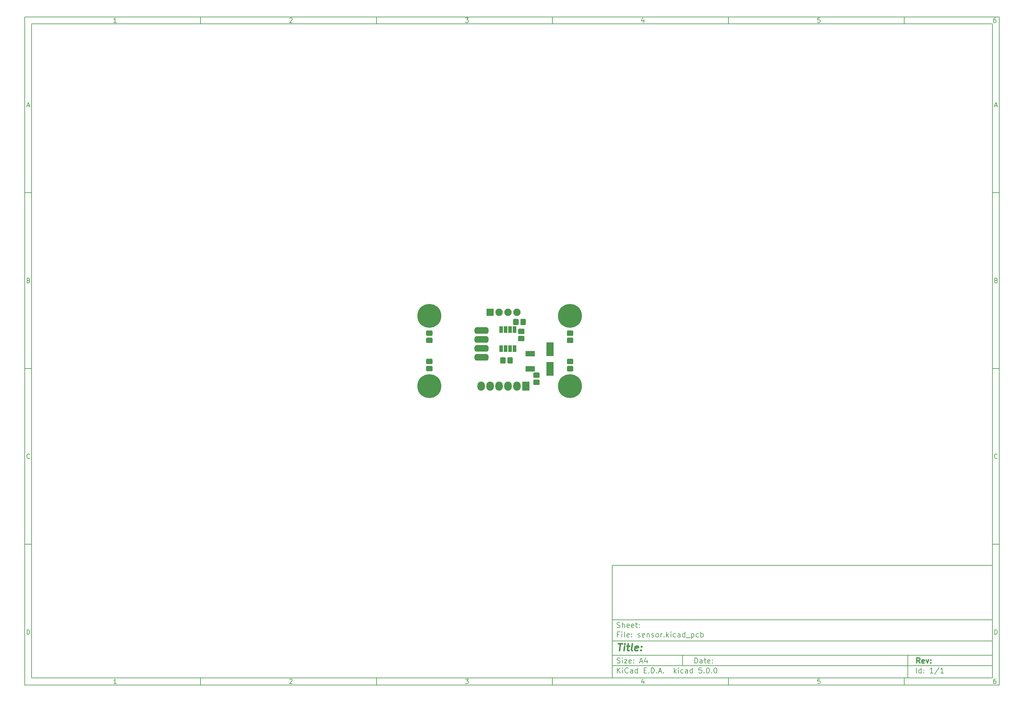
<source format=gts>
G04 #@! TF.GenerationSoftware,KiCad,Pcbnew,5.0.0*
G04 #@! TF.CreationDate,2018-10-21T13:27:24+10:00*
G04 #@! TF.ProjectId,sensor,73656E736F722E6B696361645F706362,rev?*
G04 #@! TF.SameCoordinates,Original*
G04 #@! TF.FileFunction,Soldermask,Top*
G04 #@! TF.FilePolarity,Negative*
%FSLAX46Y46*%
G04 Gerber Fmt 4.6, Leading zero omitted, Abs format (unit mm)*
G04 Created by KiCad (PCBNEW 5.0.0) date Sun Oct 21 13:27:24 2018*
%MOMM*%
%LPD*%
G01*
G04 APERTURE LIST*
%ADD10C,0.100000*%
%ADD11C,0.150000*%
%ADD12C,0.300000*%
%ADD13C,0.400000*%
%ADD14C,1.550000*%
%ADD15R,2.000000X3.900000*%
%ADD16R,2.140000X2.600000*%
%ADD17O,2.140000X2.600000*%
%ADD18R,2.100000X2.100000*%
%ADD19O,2.100000X2.100000*%
%ADD20C,0.500000*%
%ADD21R,1.400000X1.900000*%
%ADD22C,1.200000*%
%ADD23C,6.800000*%
%ADD24R,0.650000X1.500000*%
%ADD25R,1.000000X1.950000*%
G04 APERTURE END LIST*
D10*
D11*
X177002200Y-166007200D02*
X177002200Y-198007200D01*
X285002200Y-198007200D01*
X285002200Y-166007200D01*
X177002200Y-166007200D01*
D10*
D11*
X10000000Y-10000000D02*
X10000000Y-200007200D01*
X287002200Y-200007200D01*
X287002200Y-10000000D01*
X10000000Y-10000000D01*
D10*
D11*
X12000000Y-12000000D02*
X12000000Y-198007200D01*
X285002200Y-198007200D01*
X285002200Y-12000000D01*
X12000000Y-12000000D01*
D10*
D11*
X60000000Y-12000000D02*
X60000000Y-10000000D01*
D10*
D11*
X110000000Y-12000000D02*
X110000000Y-10000000D01*
D10*
D11*
X160000000Y-12000000D02*
X160000000Y-10000000D01*
D10*
D11*
X210000000Y-12000000D02*
X210000000Y-10000000D01*
D10*
D11*
X260000000Y-12000000D02*
X260000000Y-10000000D01*
D10*
D11*
X36065476Y-11588095D02*
X35322619Y-11588095D01*
X35694047Y-11588095D02*
X35694047Y-10288095D01*
X35570238Y-10473809D01*
X35446428Y-10597619D01*
X35322619Y-10659523D01*
D10*
D11*
X85322619Y-10411904D02*
X85384523Y-10350000D01*
X85508333Y-10288095D01*
X85817857Y-10288095D01*
X85941666Y-10350000D01*
X86003571Y-10411904D01*
X86065476Y-10535714D01*
X86065476Y-10659523D01*
X86003571Y-10845238D01*
X85260714Y-11588095D01*
X86065476Y-11588095D01*
D10*
D11*
X135260714Y-10288095D02*
X136065476Y-10288095D01*
X135632142Y-10783333D01*
X135817857Y-10783333D01*
X135941666Y-10845238D01*
X136003571Y-10907142D01*
X136065476Y-11030952D01*
X136065476Y-11340476D01*
X136003571Y-11464285D01*
X135941666Y-11526190D01*
X135817857Y-11588095D01*
X135446428Y-11588095D01*
X135322619Y-11526190D01*
X135260714Y-11464285D01*
D10*
D11*
X185941666Y-10721428D02*
X185941666Y-11588095D01*
X185632142Y-10226190D02*
X185322619Y-11154761D01*
X186127380Y-11154761D01*
D10*
D11*
X236003571Y-10288095D02*
X235384523Y-10288095D01*
X235322619Y-10907142D01*
X235384523Y-10845238D01*
X235508333Y-10783333D01*
X235817857Y-10783333D01*
X235941666Y-10845238D01*
X236003571Y-10907142D01*
X236065476Y-11030952D01*
X236065476Y-11340476D01*
X236003571Y-11464285D01*
X235941666Y-11526190D01*
X235817857Y-11588095D01*
X235508333Y-11588095D01*
X235384523Y-11526190D01*
X235322619Y-11464285D01*
D10*
D11*
X285941666Y-10288095D02*
X285694047Y-10288095D01*
X285570238Y-10350000D01*
X285508333Y-10411904D01*
X285384523Y-10597619D01*
X285322619Y-10845238D01*
X285322619Y-11340476D01*
X285384523Y-11464285D01*
X285446428Y-11526190D01*
X285570238Y-11588095D01*
X285817857Y-11588095D01*
X285941666Y-11526190D01*
X286003571Y-11464285D01*
X286065476Y-11340476D01*
X286065476Y-11030952D01*
X286003571Y-10907142D01*
X285941666Y-10845238D01*
X285817857Y-10783333D01*
X285570238Y-10783333D01*
X285446428Y-10845238D01*
X285384523Y-10907142D01*
X285322619Y-11030952D01*
D10*
D11*
X60000000Y-198007200D02*
X60000000Y-200007200D01*
D10*
D11*
X110000000Y-198007200D02*
X110000000Y-200007200D01*
D10*
D11*
X160000000Y-198007200D02*
X160000000Y-200007200D01*
D10*
D11*
X210000000Y-198007200D02*
X210000000Y-200007200D01*
D10*
D11*
X260000000Y-198007200D02*
X260000000Y-200007200D01*
D10*
D11*
X36065476Y-199595295D02*
X35322619Y-199595295D01*
X35694047Y-199595295D02*
X35694047Y-198295295D01*
X35570238Y-198481009D01*
X35446428Y-198604819D01*
X35322619Y-198666723D01*
D10*
D11*
X85322619Y-198419104D02*
X85384523Y-198357200D01*
X85508333Y-198295295D01*
X85817857Y-198295295D01*
X85941666Y-198357200D01*
X86003571Y-198419104D01*
X86065476Y-198542914D01*
X86065476Y-198666723D01*
X86003571Y-198852438D01*
X85260714Y-199595295D01*
X86065476Y-199595295D01*
D10*
D11*
X135260714Y-198295295D02*
X136065476Y-198295295D01*
X135632142Y-198790533D01*
X135817857Y-198790533D01*
X135941666Y-198852438D01*
X136003571Y-198914342D01*
X136065476Y-199038152D01*
X136065476Y-199347676D01*
X136003571Y-199471485D01*
X135941666Y-199533390D01*
X135817857Y-199595295D01*
X135446428Y-199595295D01*
X135322619Y-199533390D01*
X135260714Y-199471485D01*
D10*
D11*
X185941666Y-198728628D02*
X185941666Y-199595295D01*
X185632142Y-198233390D02*
X185322619Y-199161961D01*
X186127380Y-199161961D01*
D10*
D11*
X236003571Y-198295295D02*
X235384523Y-198295295D01*
X235322619Y-198914342D01*
X235384523Y-198852438D01*
X235508333Y-198790533D01*
X235817857Y-198790533D01*
X235941666Y-198852438D01*
X236003571Y-198914342D01*
X236065476Y-199038152D01*
X236065476Y-199347676D01*
X236003571Y-199471485D01*
X235941666Y-199533390D01*
X235817857Y-199595295D01*
X235508333Y-199595295D01*
X235384523Y-199533390D01*
X235322619Y-199471485D01*
D10*
D11*
X285941666Y-198295295D02*
X285694047Y-198295295D01*
X285570238Y-198357200D01*
X285508333Y-198419104D01*
X285384523Y-198604819D01*
X285322619Y-198852438D01*
X285322619Y-199347676D01*
X285384523Y-199471485D01*
X285446428Y-199533390D01*
X285570238Y-199595295D01*
X285817857Y-199595295D01*
X285941666Y-199533390D01*
X286003571Y-199471485D01*
X286065476Y-199347676D01*
X286065476Y-199038152D01*
X286003571Y-198914342D01*
X285941666Y-198852438D01*
X285817857Y-198790533D01*
X285570238Y-198790533D01*
X285446428Y-198852438D01*
X285384523Y-198914342D01*
X285322619Y-199038152D01*
D10*
D11*
X10000000Y-60000000D02*
X12000000Y-60000000D01*
D10*
D11*
X10000000Y-110000000D02*
X12000000Y-110000000D01*
D10*
D11*
X10000000Y-160000000D02*
X12000000Y-160000000D01*
D10*
D11*
X10690476Y-35216666D02*
X11309523Y-35216666D01*
X10566666Y-35588095D02*
X11000000Y-34288095D01*
X11433333Y-35588095D01*
D10*
D11*
X11092857Y-84907142D02*
X11278571Y-84969047D01*
X11340476Y-85030952D01*
X11402380Y-85154761D01*
X11402380Y-85340476D01*
X11340476Y-85464285D01*
X11278571Y-85526190D01*
X11154761Y-85588095D01*
X10659523Y-85588095D01*
X10659523Y-84288095D01*
X11092857Y-84288095D01*
X11216666Y-84350000D01*
X11278571Y-84411904D01*
X11340476Y-84535714D01*
X11340476Y-84659523D01*
X11278571Y-84783333D01*
X11216666Y-84845238D01*
X11092857Y-84907142D01*
X10659523Y-84907142D01*
D10*
D11*
X11402380Y-135464285D02*
X11340476Y-135526190D01*
X11154761Y-135588095D01*
X11030952Y-135588095D01*
X10845238Y-135526190D01*
X10721428Y-135402380D01*
X10659523Y-135278571D01*
X10597619Y-135030952D01*
X10597619Y-134845238D01*
X10659523Y-134597619D01*
X10721428Y-134473809D01*
X10845238Y-134350000D01*
X11030952Y-134288095D01*
X11154761Y-134288095D01*
X11340476Y-134350000D01*
X11402380Y-134411904D01*
D10*
D11*
X10659523Y-185588095D02*
X10659523Y-184288095D01*
X10969047Y-184288095D01*
X11154761Y-184350000D01*
X11278571Y-184473809D01*
X11340476Y-184597619D01*
X11402380Y-184845238D01*
X11402380Y-185030952D01*
X11340476Y-185278571D01*
X11278571Y-185402380D01*
X11154761Y-185526190D01*
X10969047Y-185588095D01*
X10659523Y-185588095D01*
D10*
D11*
X287002200Y-60000000D02*
X285002200Y-60000000D01*
D10*
D11*
X287002200Y-110000000D02*
X285002200Y-110000000D01*
D10*
D11*
X287002200Y-160000000D02*
X285002200Y-160000000D01*
D10*
D11*
X285692676Y-35216666D02*
X286311723Y-35216666D01*
X285568866Y-35588095D02*
X286002200Y-34288095D01*
X286435533Y-35588095D01*
D10*
D11*
X286095057Y-84907142D02*
X286280771Y-84969047D01*
X286342676Y-85030952D01*
X286404580Y-85154761D01*
X286404580Y-85340476D01*
X286342676Y-85464285D01*
X286280771Y-85526190D01*
X286156961Y-85588095D01*
X285661723Y-85588095D01*
X285661723Y-84288095D01*
X286095057Y-84288095D01*
X286218866Y-84350000D01*
X286280771Y-84411904D01*
X286342676Y-84535714D01*
X286342676Y-84659523D01*
X286280771Y-84783333D01*
X286218866Y-84845238D01*
X286095057Y-84907142D01*
X285661723Y-84907142D01*
D10*
D11*
X286404580Y-135464285D02*
X286342676Y-135526190D01*
X286156961Y-135588095D01*
X286033152Y-135588095D01*
X285847438Y-135526190D01*
X285723628Y-135402380D01*
X285661723Y-135278571D01*
X285599819Y-135030952D01*
X285599819Y-134845238D01*
X285661723Y-134597619D01*
X285723628Y-134473809D01*
X285847438Y-134350000D01*
X286033152Y-134288095D01*
X286156961Y-134288095D01*
X286342676Y-134350000D01*
X286404580Y-134411904D01*
D10*
D11*
X285661723Y-185588095D02*
X285661723Y-184288095D01*
X285971247Y-184288095D01*
X286156961Y-184350000D01*
X286280771Y-184473809D01*
X286342676Y-184597619D01*
X286404580Y-184845238D01*
X286404580Y-185030952D01*
X286342676Y-185278571D01*
X286280771Y-185402380D01*
X286156961Y-185526190D01*
X285971247Y-185588095D01*
X285661723Y-185588095D01*
D10*
D11*
X200434342Y-193785771D02*
X200434342Y-192285771D01*
X200791485Y-192285771D01*
X201005771Y-192357200D01*
X201148628Y-192500057D01*
X201220057Y-192642914D01*
X201291485Y-192928628D01*
X201291485Y-193142914D01*
X201220057Y-193428628D01*
X201148628Y-193571485D01*
X201005771Y-193714342D01*
X200791485Y-193785771D01*
X200434342Y-193785771D01*
X202577200Y-193785771D02*
X202577200Y-193000057D01*
X202505771Y-192857200D01*
X202362914Y-192785771D01*
X202077200Y-192785771D01*
X201934342Y-192857200D01*
X202577200Y-193714342D02*
X202434342Y-193785771D01*
X202077200Y-193785771D01*
X201934342Y-193714342D01*
X201862914Y-193571485D01*
X201862914Y-193428628D01*
X201934342Y-193285771D01*
X202077200Y-193214342D01*
X202434342Y-193214342D01*
X202577200Y-193142914D01*
X203077200Y-192785771D02*
X203648628Y-192785771D01*
X203291485Y-192285771D02*
X203291485Y-193571485D01*
X203362914Y-193714342D01*
X203505771Y-193785771D01*
X203648628Y-193785771D01*
X204720057Y-193714342D02*
X204577200Y-193785771D01*
X204291485Y-193785771D01*
X204148628Y-193714342D01*
X204077200Y-193571485D01*
X204077200Y-193000057D01*
X204148628Y-192857200D01*
X204291485Y-192785771D01*
X204577200Y-192785771D01*
X204720057Y-192857200D01*
X204791485Y-193000057D01*
X204791485Y-193142914D01*
X204077200Y-193285771D01*
X205434342Y-193642914D02*
X205505771Y-193714342D01*
X205434342Y-193785771D01*
X205362914Y-193714342D01*
X205434342Y-193642914D01*
X205434342Y-193785771D01*
X205434342Y-192857200D02*
X205505771Y-192928628D01*
X205434342Y-193000057D01*
X205362914Y-192928628D01*
X205434342Y-192857200D01*
X205434342Y-193000057D01*
D10*
D11*
X177002200Y-194507200D02*
X285002200Y-194507200D01*
D10*
D11*
X178434342Y-196585771D02*
X178434342Y-195085771D01*
X179291485Y-196585771D02*
X178648628Y-195728628D01*
X179291485Y-195085771D02*
X178434342Y-195942914D01*
X179934342Y-196585771D02*
X179934342Y-195585771D01*
X179934342Y-195085771D02*
X179862914Y-195157200D01*
X179934342Y-195228628D01*
X180005771Y-195157200D01*
X179934342Y-195085771D01*
X179934342Y-195228628D01*
X181505771Y-196442914D02*
X181434342Y-196514342D01*
X181220057Y-196585771D01*
X181077200Y-196585771D01*
X180862914Y-196514342D01*
X180720057Y-196371485D01*
X180648628Y-196228628D01*
X180577200Y-195942914D01*
X180577200Y-195728628D01*
X180648628Y-195442914D01*
X180720057Y-195300057D01*
X180862914Y-195157200D01*
X181077200Y-195085771D01*
X181220057Y-195085771D01*
X181434342Y-195157200D01*
X181505771Y-195228628D01*
X182791485Y-196585771D02*
X182791485Y-195800057D01*
X182720057Y-195657200D01*
X182577200Y-195585771D01*
X182291485Y-195585771D01*
X182148628Y-195657200D01*
X182791485Y-196514342D02*
X182648628Y-196585771D01*
X182291485Y-196585771D01*
X182148628Y-196514342D01*
X182077200Y-196371485D01*
X182077200Y-196228628D01*
X182148628Y-196085771D01*
X182291485Y-196014342D01*
X182648628Y-196014342D01*
X182791485Y-195942914D01*
X184148628Y-196585771D02*
X184148628Y-195085771D01*
X184148628Y-196514342D02*
X184005771Y-196585771D01*
X183720057Y-196585771D01*
X183577200Y-196514342D01*
X183505771Y-196442914D01*
X183434342Y-196300057D01*
X183434342Y-195871485D01*
X183505771Y-195728628D01*
X183577200Y-195657200D01*
X183720057Y-195585771D01*
X184005771Y-195585771D01*
X184148628Y-195657200D01*
X186005771Y-195800057D02*
X186505771Y-195800057D01*
X186720057Y-196585771D02*
X186005771Y-196585771D01*
X186005771Y-195085771D01*
X186720057Y-195085771D01*
X187362914Y-196442914D02*
X187434342Y-196514342D01*
X187362914Y-196585771D01*
X187291485Y-196514342D01*
X187362914Y-196442914D01*
X187362914Y-196585771D01*
X188077200Y-196585771D02*
X188077200Y-195085771D01*
X188434342Y-195085771D01*
X188648628Y-195157200D01*
X188791485Y-195300057D01*
X188862914Y-195442914D01*
X188934342Y-195728628D01*
X188934342Y-195942914D01*
X188862914Y-196228628D01*
X188791485Y-196371485D01*
X188648628Y-196514342D01*
X188434342Y-196585771D01*
X188077200Y-196585771D01*
X189577200Y-196442914D02*
X189648628Y-196514342D01*
X189577200Y-196585771D01*
X189505771Y-196514342D01*
X189577200Y-196442914D01*
X189577200Y-196585771D01*
X190220057Y-196157200D02*
X190934342Y-196157200D01*
X190077200Y-196585771D02*
X190577200Y-195085771D01*
X191077200Y-196585771D01*
X191577200Y-196442914D02*
X191648628Y-196514342D01*
X191577200Y-196585771D01*
X191505771Y-196514342D01*
X191577200Y-196442914D01*
X191577200Y-196585771D01*
X194577200Y-196585771D02*
X194577200Y-195085771D01*
X194720057Y-196014342D02*
X195148628Y-196585771D01*
X195148628Y-195585771D02*
X194577200Y-196157200D01*
X195791485Y-196585771D02*
X195791485Y-195585771D01*
X195791485Y-195085771D02*
X195720057Y-195157200D01*
X195791485Y-195228628D01*
X195862914Y-195157200D01*
X195791485Y-195085771D01*
X195791485Y-195228628D01*
X197148628Y-196514342D02*
X197005771Y-196585771D01*
X196720057Y-196585771D01*
X196577200Y-196514342D01*
X196505771Y-196442914D01*
X196434342Y-196300057D01*
X196434342Y-195871485D01*
X196505771Y-195728628D01*
X196577200Y-195657200D01*
X196720057Y-195585771D01*
X197005771Y-195585771D01*
X197148628Y-195657200D01*
X198434342Y-196585771D02*
X198434342Y-195800057D01*
X198362914Y-195657200D01*
X198220057Y-195585771D01*
X197934342Y-195585771D01*
X197791485Y-195657200D01*
X198434342Y-196514342D02*
X198291485Y-196585771D01*
X197934342Y-196585771D01*
X197791485Y-196514342D01*
X197720057Y-196371485D01*
X197720057Y-196228628D01*
X197791485Y-196085771D01*
X197934342Y-196014342D01*
X198291485Y-196014342D01*
X198434342Y-195942914D01*
X199791485Y-196585771D02*
X199791485Y-195085771D01*
X199791485Y-196514342D02*
X199648628Y-196585771D01*
X199362914Y-196585771D01*
X199220057Y-196514342D01*
X199148628Y-196442914D01*
X199077200Y-196300057D01*
X199077200Y-195871485D01*
X199148628Y-195728628D01*
X199220057Y-195657200D01*
X199362914Y-195585771D01*
X199648628Y-195585771D01*
X199791485Y-195657200D01*
X202362914Y-195085771D02*
X201648628Y-195085771D01*
X201577200Y-195800057D01*
X201648628Y-195728628D01*
X201791485Y-195657200D01*
X202148628Y-195657200D01*
X202291485Y-195728628D01*
X202362914Y-195800057D01*
X202434342Y-195942914D01*
X202434342Y-196300057D01*
X202362914Y-196442914D01*
X202291485Y-196514342D01*
X202148628Y-196585771D01*
X201791485Y-196585771D01*
X201648628Y-196514342D01*
X201577200Y-196442914D01*
X203077200Y-196442914D02*
X203148628Y-196514342D01*
X203077200Y-196585771D01*
X203005771Y-196514342D01*
X203077200Y-196442914D01*
X203077200Y-196585771D01*
X204077200Y-195085771D02*
X204220057Y-195085771D01*
X204362914Y-195157200D01*
X204434342Y-195228628D01*
X204505771Y-195371485D01*
X204577200Y-195657200D01*
X204577200Y-196014342D01*
X204505771Y-196300057D01*
X204434342Y-196442914D01*
X204362914Y-196514342D01*
X204220057Y-196585771D01*
X204077200Y-196585771D01*
X203934342Y-196514342D01*
X203862914Y-196442914D01*
X203791485Y-196300057D01*
X203720057Y-196014342D01*
X203720057Y-195657200D01*
X203791485Y-195371485D01*
X203862914Y-195228628D01*
X203934342Y-195157200D01*
X204077200Y-195085771D01*
X205220057Y-196442914D02*
X205291485Y-196514342D01*
X205220057Y-196585771D01*
X205148628Y-196514342D01*
X205220057Y-196442914D01*
X205220057Y-196585771D01*
X206220057Y-195085771D02*
X206362914Y-195085771D01*
X206505771Y-195157200D01*
X206577200Y-195228628D01*
X206648628Y-195371485D01*
X206720057Y-195657200D01*
X206720057Y-196014342D01*
X206648628Y-196300057D01*
X206577200Y-196442914D01*
X206505771Y-196514342D01*
X206362914Y-196585771D01*
X206220057Y-196585771D01*
X206077200Y-196514342D01*
X206005771Y-196442914D01*
X205934342Y-196300057D01*
X205862914Y-196014342D01*
X205862914Y-195657200D01*
X205934342Y-195371485D01*
X206005771Y-195228628D01*
X206077200Y-195157200D01*
X206220057Y-195085771D01*
D10*
D11*
X177002200Y-191507200D02*
X285002200Y-191507200D01*
D10*
D12*
X264411485Y-193785771D02*
X263911485Y-193071485D01*
X263554342Y-193785771D02*
X263554342Y-192285771D01*
X264125771Y-192285771D01*
X264268628Y-192357200D01*
X264340057Y-192428628D01*
X264411485Y-192571485D01*
X264411485Y-192785771D01*
X264340057Y-192928628D01*
X264268628Y-193000057D01*
X264125771Y-193071485D01*
X263554342Y-193071485D01*
X265625771Y-193714342D02*
X265482914Y-193785771D01*
X265197200Y-193785771D01*
X265054342Y-193714342D01*
X264982914Y-193571485D01*
X264982914Y-193000057D01*
X265054342Y-192857200D01*
X265197200Y-192785771D01*
X265482914Y-192785771D01*
X265625771Y-192857200D01*
X265697200Y-193000057D01*
X265697200Y-193142914D01*
X264982914Y-193285771D01*
X266197200Y-192785771D02*
X266554342Y-193785771D01*
X266911485Y-192785771D01*
X267482914Y-193642914D02*
X267554342Y-193714342D01*
X267482914Y-193785771D01*
X267411485Y-193714342D01*
X267482914Y-193642914D01*
X267482914Y-193785771D01*
X267482914Y-192857200D02*
X267554342Y-192928628D01*
X267482914Y-193000057D01*
X267411485Y-192928628D01*
X267482914Y-192857200D01*
X267482914Y-193000057D01*
D10*
D11*
X178362914Y-193714342D02*
X178577200Y-193785771D01*
X178934342Y-193785771D01*
X179077200Y-193714342D01*
X179148628Y-193642914D01*
X179220057Y-193500057D01*
X179220057Y-193357200D01*
X179148628Y-193214342D01*
X179077200Y-193142914D01*
X178934342Y-193071485D01*
X178648628Y-193000057D01*
X178505771Y-192928628D01*
X178434342Y-192857200D01*
X178362914Y-192714342D01*
X178362914Y-192571485D01*
X178434342Y-192428628D01*
X178505771Y-192357200D01*
X178648628Y-192285771D01*
X179005771Y-192285771D01*
X179220057Y-192357200D01*
X179862914Y-193785771D02*
X179862914Y-192785771D01*
X179862914Y-192285771D02*
X179791485Y-192357200D01*
X179862914Y-192428628D01*
X179934342Y-192357200D01*
X179862914Y-192285771D01*
X179862914Y-192428628D01*
X180434342Y-192785771D02*
X181220057Y-192785771D01*
X180434342Y-193785771D01*
X181220057Y-193785771D01*
X182362914Y-193714342D02*
X182220057Y-193785771D01*
X181934342Y-193785771D01*
X181791485Y-193714342D01*
X181720057Y-193571485D01*
X181720057Y-193000057D01*
X181791485Y-192857200D01*
X181934342Y-192785771D01*
X182220057Y-192785771D01*
X182362914Y-192857200D01*
X182434342Y-193000057D01*
X182434342Y-193142914D01*
X181720057Y-193285771D01*
X183077200Y-193642914D02*
X183148628Y-193714342D01*
X183077200Y-193785771D01*
X183005771Y-193714342D01*
X183077200Y-193642914D01*
X183077200Y-193785771D01*
X183077200Y-192857200D02*
X183148628Y-192928628D01*
X183077200Y-193000057D01*
X183005771Y-192928628D01*
X183077200Y-192857200D01*
X183077200Y-193000057D01*
X184862914Y-193357200D02*
X185577200Y-193357200D01*
X184720057Y-193785771D02*
X185220057Y-192285771D01*
X185720057Y-193785771D01*
X186862914Y-192785771D02*
X186862914Y-193785771D01*
X186505771Y-192214342D02*
X186148628Y-193285771D01*
X187077200Y-193285771D01*
D10*
D11*
X263434342Y-196585771D02*
X263434342Y-195085771D01*
X264791485Y-196585771D02*
X264791485Y-195085771D01*
X264791485Y-196514342D02*
X264648628Y-196585771D01*
X264362914Y-196585771D01*
X264220057Y-196514342D01*
X264148628Y-196442914D01*
X264077200Y-196300057D01*
X264077200Y-195871485D01*
X264148628Y-195728628D01*
X264220057Y-195657200D01*
X264362914Y-195585771D01*
X264648628Y-195585771D01*
X264791485Y-195657200D01*
X265505771Y-196442914D02*
X265577200Y-196514342D01*
X265505771Y-196585771D01*
X265434342Y-196514342D01*
X265505771Y-196442914D01*
X265505771Y-196585771D01*
X265505771Y-195657200D02*
X265577200Y-195728628D01*
X265505771Y-195800057D01*
X265434342Y-195728628D01*
X265505771Y-195657200D01*
X265505771Y-195800057D01*
X268148628Y-196585771D02*
X267291485Y-196585771D01*
X267720057Y-196585771D02*
X267720057Y-195085771D01*
X267577200Y-195300057D01*
X267434342Y-195442914D01*
X267291485Y-195514342D01*
X269862914Y-195014342D02*
X268577200Y-196942914D01*
X271148628Y-196585771D02*
X270291485Y-196585771D01*
X270720057Y-196585771D02*
X270720057Y-195085771D01*
X270577200Y-195300057D01*
X270434342Y-195442914D01*
X270291485Y-195514342D01*
D10*
D11*
X177002200Y-187507200D02*
X285002200Y-187507200D01*
D10*
D13*
X178714580Y-188211961D02*
X179857438Y-188211961D01*
X179036009Y-190211961D02*
X179286009Y-188211961D01*
X180274104Y-190211961D02*
X180440771Y-188878628D01*
X180524104Y-188211961D02*
X180416961Y-188307200D01*
X180500295Y-188402438D01*
X180607438Y-188307200D01*
X180524104Y-188211961D01*
X180500295Y-188402438D01*
X181107438Y-188878628D02*
X181869342Y-188878628D01*
X181476485Y-188211961D02*
X181262200Y-189926247D01*
X181333628Y-190116723D01*
X181512200Y-190211961D01*
X181702676Y-190211961D01*
X182655057Y-190211961D02*
X182476485Y-190116723D01*
X182405057Y-189926247D01*
X182619342Y-188211961D01*
X184190771Y-190116723D02*
X183988390Y-190211961D01*
X183607438Y-190211961D01*
X183428866Y-190116723D01*
X183357438Y-189926247D01*
X183452676Y-189164342D01*
X183571723Y-188973866D01*
X183774104Y-188878628D01*
X184155057Y-188878628D01*
X184333628Y-188973866D01*
X184405057Y-189164342D01*
X184381247Y-189354819D01*
X183405057Y-189545295D01*
X185155057Y-190021485D02*
X185238390Y-190116723D01*
X185131247Y-190211961D01*
X185047914Y-190116723D01*
X185155057Y-190021485D01*
X185131247Y-190211961D01*
X185286009Y-188973866D02*
X185369342Y-189069104D01*
X185262200Y-189164342D01*
X185178866Y-189069104D01*
X185286009Y-188973866D01*
X185262200Y-189164342D01*
D10*
D11*
X178934342Y-185600057D02*
X178434342Y-185600057D01*
X178434342Y-186385771D02*
X178434342Y-184885771D01*
X179148628Y-184885771D01*
X179720057Y-186385771D02*
X179720057Y-185385771D01*
X179720057Y-184885771D02*
X179648628Y-184957200D01*
X179720057Y-185028628D01*
X179791485Y-184957200D01*
X179720057Y-184885771D01*
X179720057Y-185028628D01*
X180648628Y-186385771D02*
X180505771Y-186314342D01*
X180434342Y-186171485D01*
X180434342Y-184885771D01*
X181791485Y-186314342D02*
X181648628Y-186385771D01*
X181362914Y-186385771D01*
X181220057Y-186314342D01*
X181148628Y-186171485D01*
X181148628Y-185600057D01*
X181220057Y-185457200D01*
X181362914Y-185385771D01*
X181648628Y-185385771D01*
X181791485Y-185457200D01*
X181862914Y-185600057D01*
X181862914Y-185742914D01*
X181148628Y-185885771D01*
X182505771Y-186242914D02*
X182577200Y-186314342D01*
X182505771Y-186385771D01*
X182434342Y-186314342D01*
X182505771Y-186242914D01*
X182505771Y-186385771D01*
X182505771Y-185457200D02*
X182577200Y-185528628D01*
X182505771Y-185600057D01*
X182434342Y-185528628D01*
X182505771Y-185457200D01*
X182505771Y-185600057D01*
X184291485Y-186314342D02*
X184434342Y-186385771D01*
X184720057Y-186385771D01*
X184862914Y-186314342D01*
X184934342Y-186171485D01*
X184934342Y-186100057D01*
X184862914Y-185957200D01*
X184720057Y-185885771D01*
X184505771Y-185885771D01*
X184362914Y-185814342D01*
X184291485Y-185671485D01*
X184291485Y-185600057D01*
X184362914Y-185457200D01*
X184505771Y-185385771D01*
X184720057Y-185385771D01*
X184862914Y-185457200D01*
X186148628Y-186314342D02*
X186005771Y-186385771D01*
X185720057Y-186385771D01*
X185577200Y-186314342D01*
X185505771Y-186171485D01*
X185505771Y-185600057D01*
X185577200Y-185457200D01*
X185720057Y-185385771D01*
X186005771Y-185385771D01*
X186148628Y-185457200D01*
X186220057Y-185600057D01*
X186220057Y-185742914D01*
X185505771Y-185885771D01*
X186862914Y-185385771D02*
X186862914Y-186385771D01*
X186862914Y-185528628D02*
X186934342Y-185457200D01*
X187077200Y-185385771D01*
X187291485Y-185385771D01*
X187434342Y-185457200D01*
X187505771Y-185600057D01*
X187505771Y-186385771D01*
X188148628Y-186314342D02*
X188291485Y-186385771D01*
X188577200Y-186385771D01*
X188720057Y-186314342D01*
X188791485Y-186171485D01*
X188791485Y-186100057D01*
X188720057Y-185957200D01*
X188577200Y-185885771D01*
X188362914Y-185885771D01*
X188220057Y-185814342D01*
X188148628Y-185671485D01*
X188148628Y-185600057D01*
X188220057Y-185457200D01*
X188362914Y-185385771D01*
X188577200Y-185385771D01*
X188720057Y-185457200D01*
X189648628Y-186385771D02*
X189505771Y-186314342D01*
X189434342Y-186242914D01*
X189362914Y-186100057D01*
X189362914Y-185671485D01*
X189434342Y-185528628D01*
X189505771Y-185457200D01*
X189648628Y-185385771D01*
X189862914Y-185385771D01*
X190005771Y-185457200D01*
X190077200Y-185528628D01*
X190148628Y-185671485D01*
X190148628Y-186100057D01*
X190077200Y-186242914D01*
X190005771Y-186314342D01*
X189862914Y-186385771D01*
X189648628Y-186385771D01*
X190791485Y-186385771D02*
X190791485Y-185385771D01*
X190791485Y-185671485D02*
X190862914Y-185528628D01*
X190934342Y-185457200D01*
X191077200Y-185385771D01*
X191220057Y-185385771D01*
X191720057Y-186242914D02*
X191791485Y-186314342D01*
X191720057Y-186385771D01*
X191648628Y-186314342D01*
X191720057Y-186242914D01*
X191720057Y-186385771D01*
X192434342Y-186385771D02*
X192434342Y-184885771D01*
X192577200Y-185814342D02*
X193005771Y-186385771D01*
X193005771Y-185385771D02*
X192434342Y-185957200D01*
X193648628Y-186385771D02*
X193648628Y-185385771D01*
X193648628Y-184885771D02*
X193577200Y-184957200D01*
X193648628Y-185028628D01*
X193720057Y-184957200D01*
X193648628Y-184885771D01*
X193648628Y-185028628D01*
X195005771Y-186314342D02*
X194862914Y-186385771D01*
X194577200Y-186385771D01*
X194434342Y-186314342D01*
X194362914Y-186242914D01*
X194291485Y-186100057D01*
X194291485Y-185671485D01*
X194362914Y-185528628D01*
X194434342Y-185457200D01*
X194577200Y-185385771D01*
X194862914Y-185385771D01*
X195005771Y-185457200D01*
X196291485Y-186385771D02*
X196291485Y-185600057D01*
X196220057Y-185457200D01*
X196077200Y-185385771D01*
X195791485Y-185385771D01*
X195648628Y-185457200D01*
X196291485Y-186314342D02*
X196148628Y-186385771D01*
X195791485Y-186385771D01*
X195648628Y-186314342D01*
X195577200Y-186171485D01*
X195577200Y-186028628D01*
X195648628Y-185885771D01*
X195791485Y-185814342D01*
X196148628Y-185814342D01*
X196291485Y-185742914D01*
X197648628Y-186385771D02*
X197648628Y-184885771D01*
X197648628Y-186314342D02*
X197505771Y-186385771D01*
X197220057Y-186385771D01*
X197077200Y-186314342D01*
X197005771Y-186242914D01*
X196934342Y-186100057D01*
X196934342Y-185671485D01*
X197005771Y-185528628D01*
X197077200Y-185457200D01*
X197220057Y-185385771D01*
X197505771Y-185385771D01*
X197648628Y-185457200D01*
X198005771Y-186528628D02*
X199148628Y-186528628D01*
X199505771Y-185385771D02*
X199505771Y-186885771D01*
X199505771Y-185457200D02*
X199648628Y-185385771D01*
X199934342Y-185385771D01*
X200077200Y-185457200D01*
X200148628Y-185528628D01*
X200220057Y-185671485D01*
X200220057Y-186100057D01*
X200148628Y-186242914D01*
X200077200Y-186314342D01*
X199934342Y-186385771D01*
X199648628Y-186385771D01*
X199505771Y-186314342D01*
X201505771Y-186314342D02*
X201362914Y-186385771D01*
X201077200Y-186385771D01*
X200934342Y-186314342D01*
X200862914Y-186242914D01*
X200791485Y-186100057D01*
X200791485Y-185671485D01*
X200862914Y-185528628D01*
X200934342Y-185457200D01*
X201077200Y-185385771D01*
X201362914Y-185385771D01*
X201505771Y-185457200D01*
X202148628Y-186385771D02*
X202148628Y-184885771D01*
X202148628Y-185457200D02*
X202291485Y-185385771D01*
X202577200Y-185385771D01*
X202720057Y-185457200D01*
X202791485Y-185528628D01*
X202862914Y-185671485D01*
X202862914Y-186100057D01*
X202791485Y-186242914D01*
X202720057Y-186314342D01*
X202577200Y-186385771D01*
X202291485Y-186385771D01*
X202148628Y-186314342D01*
D10*
D11*
X177002200Y-181507200D02*
X285002200Y-181507200D01*
D10*
D11*
X178362914Y-183614342D02*
X178577200Y-183685771D01*
X178934342Y-183685771D01*
X179077200Y-183614342D01*
X179148628Y-183542914D01*
X179220057Y-183400057D01*
X179220057Y-183257200D01*
X179148628Y-183114342D01*
X179077200Y-183042914D01*
X178934342Y-182971485D01*
X178648628Y-182900057D01*
X178505771Y-182828628D01*
X178434342Y-182757200D01*
X178362914Y-182614342D01*
X178362914Y-182471485D01*
X178434342Y-182328628D01*
X178505771Y-182257200D01*
X178648628Y-182185771D01*
X179005771Y-182185771D01*
X179220057Y-182257200D01*
X179862914Y-183685771D02*
X179862914Y-182185771D01*
X180505771Y-183685771D02*
X180505771Y-182900057D01*
X180434342Y-182757200D01*
X180291485Y-182685771D01*
X180077200Y-182685771D01*
X179934342Y-182757200D01*
X179862914Y-182828628D01*
X181791485Y-183614342D02*
X181648628Y-183685771D01*
X181362914Y-183685771D01*
X181220057Y-183614342D01*
X181148628Y-183471485D01*
X181148628Y-182900057D01*
X181220057Y-182757200D01*
X181362914Y-182685771D01*
X181648628Y-182685771D01*
X181791485Y-182757200D01*
X181862914Y-182900057D01*
X181862914Y-183042914D01*
X181148628Y-183185771D01*
X183077200Y-183614342D02*
X182934342Y-183685771D01*
X182648628Y-183685771D01*
X182505771Y-183614342D01*
X182434342Y-183471485D01*
X182434342Y-182900057D01*
X182505771Y-182757200D01*
X182648628Y-182685771D01*
X182934342Y-182685771D01*
X183077200Y-182757200D01*
X183148628Y-182900057D01*
X183148628Y-183042914D01*
X182434342Y-183185771D01*
X183577200Y-182685771D02*
X184148628Y-182685771D01*
X183791485Y-182185771D02*
X183791485Y-183471485D01*
X183862914Y-183614342D01*
X184005771Y-183685771D01*
X184148628Y-183685771D01*
X184648628Y-183542914D02*
X184720057Y-183614342D01*
X184648628Y-183685771D01*
X184577200Y-183614342D01*
X184648628Y-183542914D01*
X184648628Y-183685771D01*
X184648628Y-182757200D02*
X184720057Y-182828628D01*
X184648628Y-182900057D01*
X184577200Y-182828628D01*
X184648628Y-182757200D01*
X184648628Y-182900057D01*
D10*
D11*
X197002200Y-191507200D02*
X197002200Y-194507200D01*
D10*
D11*
X261002200Y-191507200D02*
X261002200Y-198007200D01*
D10*
G04 #@! TO.C,C1*
G36*
X156044071Y-113154623D02*
X156076781Y-113159475D01*
X156108857Y-113167509D01*
X156139991Y-113178649D01*
X156169884Y-113192787D01*
X156198247Y-113209787D01*
X156224807Y-113229485D01*
X156249308Y-113251692D01*
X156271515Y-113276193D01*
X156291213Y-113302753D01*
X156308213Y-113331116D01*
X156322351Y-113361009D01*
X156333491Y-113392143D01*
X156341525Y-113424219D01*
X156346377Y-113456929D01*
X156348000Y-113489956D01*
X156348000Y-114366044D01*
X156346377Y-114399071D01*
X156341525Y-114431781D01*
X156333491Y-114463857D01*
X156322351Y-114494991D01*
X156308213Y-114524884D01*
X156291213Y-114553247D01*
X156271515Y-114579807D01*
X156249308Y-114604308D01*
X156224807Y-114626515D01*
X156198247Y-114646213D01*
X156169884Y-114663213D01*
X156139991Y-114677351D01*
X156108857Y-114688491D01*
X156076781Y-114696525D01*
X156044071Y-114701377D01*
X156011044Y-114703000D01*
X154884956Y-114703000D01*
X154851929Y-114701377D01*
X154819219Y-114696525D01*
X154787143Y-114688491D01*
X154756009Y-114677351D01*
X154726116Y-114663213D01*
X154697753Y-114646213D01*
X154671193Y-114626515D01*
X154646692Y-114604308D01*
X154624485Y-114579807D01*
X154604787Y-114553247D01*
X154587787Y-114524884D01*
X154573649Y-114494991D01*
X154562509Y-114463857D01*
X154554475Y-114431781D01*
X154549623Y-114399071D01*
X154548000Y-114366044D01*
X154548000Y-113489956D01*
X154549623Y-113456929D01*
X154554475Y-113424219D01*
X154562509Y-113392143D01*
X154573649Y-113361009D01*
X154587787Y-113331116D01*
X154604787Y-113302753D01*
X154624485Y-113276193D01*
X154646692Y-113251692D01*
X154671193Y-113229485D01*
X154697753Y-113209787D01*
X154726116Y-113192787D01*
X154756009Y-113178649D01*
X154787143Y-113167509D01*
X154819219Y-113159475D01*
X154851929Y-113154623D01*
X154884956Y-113153000D01*
X156011044Y-113153000D01*
X156044071Y-113154623D01*
X156044071Y-113154623D01*
G37*
D14*
X155448000Y-113928000D03*
D10*
G36*
X156044071Y-111104623D02*
X156076781Y-111109475D01*
X156108857Y-111117509D01*
X156139991Y-111128649D01*
X156169884Y-111142787D01*
X156198247Y-111159787D01*
X156224807Y-111179485D01*
X156249308Y-111201692D01*
X156271515Y-111226193D01*
X156291213Y-111252753D01*
X156308213Y-111281116D01*
X156322351Y-111311009D01*
X156333491Y-111342143D01*
X156341525Y-111374219D01*
X156346377Y-111406929D01*
X156348000Y-111439956D01*
X156348000Y-112316044D01*
X156346377Y-112349071D01*
X156341525Y-112381781D01*
X156333491Y-112413857D01*
X156322351Y-112444991D01*
X156308213Y-112474884D01*
X156291213Y-112503247D01*
X156271515Y-112529807D01*
X156249308Y-112554308D01*
X156224807Y-112576515D01*
X156198247Y-112596213D01*
X156169884Y-112613213D01*
X156139991Y-112627351D01*
X156108857Y-112638491D01*
X156076781Y-112646525D01*
X156044071Y-112651377D01*
X156011044Y-112653000D01*
X154884956Y-112653000D01*
X154851929Y-112651377D01*
X154819219Y-112646525D01*
X154787143Y-112638491D01*
X154756009Y-112627351D01*
X154726116Y-112613213D01*
X154697753Y-112596213D01*
X154671193Y-112576515D01*
X154646692Y-112554308D01*
X154624485Y-112529807D01*
X154604787Y-112503247D01*
X154587787Y-112474884D01*
X154573649Y-112444991D01*
X154562509Y-112413857D01*
X154554475Y-112381781D01*
X154549623Y-112349071D01*
X154548000Y-112316044D01*
X154548000Y-111439956D01*
X154549623Y-111406929D01*
X154554475Y-111374219D01*
X154562509Y-111342143D01*
X154573649Y-111311009D01*
X154587787Y-111281116D01*
X154604787Y-111252753D01*
X154624485Y-111226193D01*
X154646692Y-111201692D01*
X154671193Y-111179485D01*
X154697753Y-111159787D01*
X154726116Y-111142787D01*
X154756009Y-111128649D01*
X154787143Y-111117509D01*
X154819219Y-111109475D01*
X154851929Y-111104623D01*
X154884956Y-111103000D01*
X156011044Y-111103000D01*
X156044071Y-111104623D01*
X156044071Y-111104623D01*
G37*
D14*
X155448000Y-111878000D03*
G04 #@! TD*
D15*
G04 #@! TO.C,C2*
X159258000Y-104515000D03*
X159258000Y-110115000D03*
G04 #@! TD*
D10*
G04 #@! TO.C,C3*
G36*
X150068071Y-95875623D02*
X150100781Y-95880475D01*
X150132857Y-95888509D01*
X150163991Y-95899649D01*
X150193884Y-95913787D01*
X150222247Y-95930787D01*
X150248807Y-95950485D01*
X150273308Y-95972692D01*
X150295515Y-95997193D01*
X150315213Y-96023753D01*
X150332213Y-96052116D01*
X150346351Y-96082009D01*
X150357491Y-96113143D01*
X150365525Y-96145219D01*
X150370377Y-96177929D01*
X150372000Y-96210956D01*
X150372000Y-97337044D01*
X150370377Y-97370071D01*
X150365525Y-97402781D01*
X150357491Y-97434857D01*
X150346351Y-97465991D01*
X150332213Y-97495884D01*
X150315213Y-97524247D01*
X150295515Y-97550807D01*
X150273308Y-97575308D01*
X150248807Y-97597515D01*
X150222247Y-97617213D01*
X150193884Y-97634213D01*
X150163991Y-97648351D01*
X150132857Y-97659491D01*
X150100781Y-97667525D01*
X150068071Y-97672377D01*
X150035044Y-97674000D01*
X149158956Y-97674000D01*
X149125929Y-97672377D01*
X149093219Y-97667525D01*
X149061143Y-97659491D01*
X149030009Y-97648351D01*
X149000116Y-97634213D01*
X148971753Y-97617213D01*
X148945193Y-97597515D01*
X148920692Y-97575308D01*
X148898485Y-97550807D01*
X148878787Y-97524247D01*
X148861787Y-97495884D01*
X148847649Y-97465991D01*
X148836509Y-97434857D01*
X148828475Y-97402781D01*
X148823623Y-97370071D01*
X148822000Y-97337044D01*
X148822000Y-96210956D01*
X148823623Y-96177929D01*
X148828475Y-96145219D01*
X148836509Y-96113143D01*
X148847649Y-96082009D01*
X148861787Y-96052116D01*
X148878787Y-96023753D01*
X148898485Y-95997193D01*
X148920692Y-95972692D01*
X148945193Y-95950485D01*
X148971753Y-95930787D01*
X149000116Y-95913787D01*
X149030009Y-95899649D01*
X149061143Y-95888509D01*
X149093219Y-95880475D01*
X149125929Y-95875623D01*
X149158956Y-95874000D01*
X150035044Y-95874000D01*
X150068071Y-95875623D01*
X150068071Y-95875623D01*
G37*
D14*
X149597000Y-96774000D03*
D10*
G36*
X152118071Y-95875623D02*
X152150781Y-95880475D01*
X152182857Y-95888509D01*
X152213991Y-95899649D01*
X152243884Y-95913787D01*
X152272247Y-95930787D01*
X152298807Y-95950485D01*
X152323308Y-95972692D01*
X152345515Y-95997193D01*
X152365213Y-96023753D01*
X152382213Y-96052116D01*
X152396351Y-96082009D01*
X152407491Y-96113143D01*
X152415525Y-96145219D01*
X152420377Y-96177929D01*
X152422000Y-96210956D01*
X152422000Y-97337044D01*
X152420377Y-97370071D01*
X152415525Y-97402781D01*
X152407491Y-97434857D01*
X152396351Y-97465991D01*
X152382213Y-97495884D01*
X152365213Y-97524247D01*
X152345515Y-97550807D01*
X152323308Y-97575308D01*
X152298807Y-97597515D01*
X152272247Y-97617213D01*
X152243884Y-97634213D01*
X152213991Y-97648351D01*
X152182857Y-97659491D01*
X152150781Y-97667525D01*
X152118071Y-97672377D01*
X152085044Y-97674000D01*
X151208956Y-97674000D01*
X151175929Y-97672377D01*
X151143219Y-97667525D01*
X151111143Y-97659491D01*
X151080009Y-97648351D01*
X151050116Y-97634213D01*
X151021753Y-97617213D01*
X150995193Y-97597515D01*
X150970692Y-97575308D01*
X150948485Y-97550807D01*
X150928787Y-97524247D01*
X150911787Y-97495884D01*
X150897649Y-97465991D01*
X150886509Y-97434857D01*
X150878475Y-97402781D01*
X150873623Y-97370071D01*
X150872000Y-97337044D01*
X150872000Y-96210956D01*
X150873623Y-96177929D01*
X150878475Y-96145219D01*
X150886509Y-96113143D01*
X150897649Y-96082009D01*
X150911787Y-96052116D01*
X150928787Y-96023753D01*
X150948485Y-95997193D01*
X150970692Y-95972692D01*
X150995193Y-95950485D01*
X151021753Y-95930787D01*
X151050116Y-95913787D01*
X151080009Y-95899649D01*
X151111143Y-95888509D01*
X151143219Y-95880475D01*
X151175929Y-95875623D01*
X151208956Y-95874000D01*
X152085044Y-95874000D01*
X152118071Y-95875623D01*
X152118071Y-95875623D01*
G37*
D14*
X151647000Y-96774000D03*
G04 #@! TD*
D10*
G04 #@! TO.C,C4*
G36*
X165596071Y-109276623D02*
X165628781Y-109281475D01*
X165660857Y-109289509D01*
X165691991Y-109300649D01*
X165721884Y-109314787D01*
X165750247Y-109331787D01*
X165776807Y-109351485D01*
X165801308Y-109373692D01*
X165823515Y-109398193D01*
X165843213Y-109424753D01*
X165860213Y-109453116D01*
X165874351Y-109483009D01*
X165885491Y-109514143D01*
X165893525Y-109546219D01*
X165898377Y-109578929D01*
X165900000Y-109611956D01*
X165900000Y-110488044D01*
X165898377Y-110521071D01*
X165893525Y-110553781D01*
X165885491Y-110585857D01*
X165874351Y-110616991D01*
X165860213Y-110646884D01*
X165843213Y-110675247D01*
X165823515Y-110701807D01*
X165801308Y-110726308D01*
X165776807Y-110748515D01*
X165750247Y-110768213D01*
X165721884Y-110785213D01*
X165691991Y-110799351D01*
X165660857Y-110810491D01*
X165628781Y-110818525D01*
X165596071Y-110823377D01*
X165563044Y-110825000D01*
X164436956Y-110825000D01*
X164403929Y-110823377D01*
X164371219Y-110818525D01*
X164339143Y-110810491D01*
X164308009Y-110799351D01*
X164278116Y-110785213D01*
X164249753Y-110768213D01*
X164223193Y-110748515D01*
X164198692Y-110726308D01*
X164176485Y-110701807D01*
X164156787Y-110675247D01*
X164139787Y-110646884D01*
X164125649Y-110616991D01*
X164114509Y-110585857D01*
X164106475Y-110553781D01*
X164101623Y-110521071D01*
X164100000Y-110488044D01*
X164100000Y-109611956D01*
X164101623Y-109578929D01*
X164106475Y-109546219D01*
X164114509Y-109514143D01*
X164125649Y-109483009D01*
X164139787Y-109453116D01*
X164156787Y-109424753D01*
X164176485Y-109398193D01*
X164198692Y-109373692D01*
X164223193Y-109351485D01*
X164249753Y-109331787D01*
X164278116Y-109314787D01*
X164308009Y-109300649D01*
X164339143Y-109289509D01*
X164371219Y-109281475D01*
X164403929Y-109276623D01*
X164436956Y-109275000D01*
X165563044Y-109275000D01*
X165596071Y-109276623D01*
X165596071Y-109276623D01*
G37*
D14*
X165000000Y-110050000D03*
D10*
G36*
X165596071Y-107226623D02*
X165628781Y-107231475D01*
X165660857Y-107239509D01*
X165691991Y-107250649D01*
X165721884Y-107264787D01*
X165750247Y-107281787D01*
X165776807Y-107301485D01*
X165801308Y-107323692D01*
X165823515Y-107348193D01*
X165843213Y-107374753D01*
X165860213Y-107403116D01*
X165874351Y-107433009D01*
X165885491Y-107464143D01*
X165893525Y-107496219D01*
X165898377Y-107528929D01*
X165900000Y-107561956D01*
X165900000Y-108438044D01*
X165898377Y-108471071D01*
X165893525Y-108503781D01*
X165885491Y-108535857D01*
X165874351Y-108566991D01*
X165860213Y-108596884D01*
X165843213Y-108625247D01*
X165823515Y-108651807D01*
X165801308Y-108676308D01*
X165776807Y-108698515D01*
X165750247Y-108718213D01*
X165721884Y-108735213D01*
X165691991Y-108749351D01*
X165660857Y-108760491D01*
X165628781Y-108768525D01*
X165596071Y-108773377D01*
X165563044Y-108775000D01*
X164436956Y-108775000D01*
X164403929Y-108773377D01*
X164371219Y-108768525D01*
X164339143Y-108760491D01*
X164308009Y-108749351D01*
X164278116Y-108735213D01*
X164249753Y-108718213D01*
X164223193Y-108698515D01*
X164198692Y-108676308D01*
X164176485Y-108651807D01*
X164156787Y-108625247D01*
X164139787Y-108596884D01*
X164125649Y-108566991D01*
X164114509Y-108535857D01*
X164106475Y-108503781D01*
X164101623Y-108471071D01*
X164100000Y-108438044D01*
X164100000Y-107561956D01*
X164101623Y-107528929D01*
X164106475Y-107496219D01*
X164114509Y-107464143D01*
X164125649Y-107433009D01*
X164139787Y-107403116D01*
X164156787Y-107374753D01*
X164176485Y-107348193D01*
X164198692Y-107323692D01*
X164223193Y-107301485D01*
X164249753Y-107281787D01*
X164278116Y-107264787D01*
X164308009Y-107250649D01*
X164339143Y-107239509D01*
X164371219Y-107231475D01*
X164403929Y-107226623D01*
X164436956Y-107225000D01*
X165563044Y-107225000D01*
X165596071Y-107226623D01*
X165596071Y-107226623D01*
G37*
D14*
X165000000Y-108000000D03*
G04 #@! TD*
D10*
G04 #@! TO.C,C5*
G36*
X165596071Y-101216623D02*
X165628781Y-101221475D01*
X165660857Y-101229509D01*
X165691991Y-101240649D01*
X165721884Y-101254787D01*
X165750247Y-101271787D01*
X165776807Y-101291485D01*
X165801308Y-101313692D01*
X165823515Y-101338193D01*
X165843213Y-101364753D01*
X165860213Y-101393116D01*
X165874351Y-101423009D01*
X165885491Y-101454143D01*
X165893525Y-101486219D01*
X165898377Y-101518929D01*
X165900000Y-101551956D01*
X165900000Y-102428044D01*
X165898377Y-102461071D01*
X165893525Y-102493781D01*
X165885491Y-102525857D01*
X165874351Y-102556991D01*
X165860213Y-102586884D01*
X165843213Y-102615247D01*
X165823515Y-102641807D01*
X165801308Y-102666308D01*
X165776807Y-102688515D01*
X165750247Y-102708213D01*
X165721884Y-102725213D01*
X165691991Y-102739351D01*
X165660857Y-102750491D01*
X165628781Y-102758525D01*
X165596071Y-102763377D01*
X165563044Y-102765000D01*
X164436956Y-102765000D01*
X164403929Y-102763377D01*
X164371219Y-102758525D01*
X164339143Y-102750491D01*
X164308009Y-102739351D01*
X164278116Y-102725213D01*
X164249753Y-102708213D01*
X164223193Y-102688515D01*
X164198692Y-102666308D01*
X164176485Y-102641807D01*
X164156787Y-102615247D01*
X164139787Y-102586884D01*
X164125649Y-102556991D01*
X164114509Y-102525857D01*
X164106475Y-102493781D01*
X164101623Y-102461071D01*
X164100000Y-102428044D01*
X164100000Y-101551956D01*
X164101623Y-101518929D01*
X164106475Y-101486219D01*
X164114509Y-101454143D01*
X164125649Y-101423009D01*
X164139787Y-101393116D01*
X164156787Y-101364753D01*
X164176485Y-101338193D01*
X164198692Y-101313692D01*
X164223193Y-101291485D01*
X164249753Y-101271787D01*
X164278116Y-101254787D01*
X164308009Y-101240649D01*
X164339143Y-101229509D01*
X164371219Y-101221475D01*
X164403929Y-101216623D01*
X164436956Y-101215000D01*
X165563044Y-101215000D01*
X165596071Y-101216623D01*
X165596071Y-101216623D01*
G37*
D14*
X165000000Y-101990000D03*
D10*
G36*
X165596071Y-99166623D02*
X165628781Y-99171475D01*
X165660857Y-99179509D01*
X165691991Y-99190649D01*
X165721884Y-99204787D01*
X165750247Y-99221787D01*
X165776807Y-99241485D01*
X165801308Y-99263692D01*
X165823515Y-99288193D01*
X165843213Y-99314753D01*
X165860213Y-99343116D01*
X165874351Y-99373009D01*
X165885491Y-99404143D01*
X165893525Y-99436219D01*
X165898377Y-99468929D01*
X165900000Y-99501956D01*
X165900000Y-100378044D01*
X165898377Y-100411071D01*
X165893525Y-100443781D01*
X165885491Y-100475857D01*
X165874351Y-100506991D01*
X165860213Y-100536884D01*
X165843213Y-100565247D01*
X165823515Y-100591807D01*
X165801308Y-100616308D01*
X165776807Y-100638515D01*
X165750247Y-100658213D01*
X165721884Y-100675213D01*
X165691991Y-100689351D01*
X165660857Y-100700491D01*
X165628781Y-100708525D01*
X165596071Y-100713377D01*
X165563044Y-100715000D01*
X164436956Y-100715000D01*
X164403929Y-100713377D01*
X164371219Y-100708525D01*
X164339143Y-100700491D01*
X164308009Y-100689351D01*
X164278116Y-100675213D01*
X164249753Y-100658213D01*
X164223193Y-100638515D01*
X164198692Y-100616308D01*
X164176485Y-100591807D01*
X164156787Y-100565247D01*
X164139787Y-100536884D01*
X164125649Y-100506991D01*
X164114509Y-100475857D01*
X164106475Y-100443781D01*
X164101623Y-100411071D01*
X164100000Y-100378044D01*
X164100000Y-99501956D01*
X164101623Y-99468929D01*
X164106475Y-99436219D01*
X164114509Y-99404143D01*
X164125649Y-99373009D01*
X164139787Y-99343116D01*
X164156787Y-99314753D01*
X164176485Y-99288193D01*
X164198692Y-99263692D01*
X164223193Y-99241485D01*
X164249753Y-99221787D01*
X164278116Y-99204787D01*
X164308009Y-99190649D01*
X164339143Y-99179509D01*
X164371219Y-99171475D01*
X164403929Y-99166623D01*
X164436956Y-99165000D01*
X165563044Y-99165000D01*
X165596071Y-99166623D01*
X165596071Y-99166623D01*
G37*
D14*
X165000000Y-99940000D03*
G04 #@! TD*
D10*
G04 #@! TO.C,C6*
G36*
X125596071Y-101216623D02*
X125628781Y-101221475D01*
X125660857Y-101229509D01*
X125691991Y-101240649D01*
X125721884Y-101254787D01*
X125750247Y-101271787D01*
X125776807Y-101291485D01*
X125801308Y-101313692D01*
X125823515Y-101338193D01*
X125843213Y-101364753D01*
X125860213Y-101393116D01*
X125874351Y-101423009D01*
X125885491Y-101454143D01*
X125893525Y-101486219D01*
X125898377Y-101518929D01*
X125900000Y-101551956D01*
X125900000Y-102428044D01*
X125898377Y-102461071D01*
X125893525Y-102493781D01*
X125885491Y-102525857D01*
X125874351Y-102556991D01*
X125860213Y-102586884D01*
X125843213Y-102615247D01*
X125823515Y-102641807D01*
X125801308Y-102666308D01*
X125776807Y-102688515D01*
X125750247Y-102708213D01*
X125721884Y-102725213D01*
X125691991Y-102739351D01*
X125660857Y-102750491D01*
X125628781Y-102758525D01*
X125596071Y-102763377D01*
X125563044Y-102765000D01*
X124436956Y-102765000D01*
X124403929Y-102763377D01*
X124371219Y-102758525D01*
X124339143Y-102750491D01*
X124308009Y-102739351D01*
X124278116Y-102725213D01*
X124249753Y-102708213D01*
X124223193Y-102688515D01*
X124198692Y-102666308D01*
X124176485Y-102641807D01*
X124156787Y-102615247D01*
X124139787Y-102586884D01*
X124125649Y-102556991D01*
X124114509Y-102525857D01*
X124106475Y-102493781D01*
X124101623Y-102461071D01*
X124100000Y-102428044D01*
X124100000Y-101551956D01*
X124101623Y-101518929D01*
X124106475Y-101486219D01*
X124114509Y-101454143D01*
X124125649Y-101423009D01*
X124139787Y-101393116D01*
X124156787Y-101364753D01*
X124176485Y-101338193D01*
X124198692Y-101313692D01*
X124223193Y-101291485D01*
X124249753Y-101271787D01*
X124278116Y-101254787D01*
X124308009Y-101240649D01*
X124339143Y-101229509D01*
X124371219Y-101221475D01*
X124403929Y-101216623D01*
X124436956Y-101215000D01*
X125563044Y-101215000D01*
X125596071Y-101216623D01*
X125596071Y-101216623D01*
G37*
D14*
X125000000Y-101990000D03*
D10*
G36*
X125596071Y-99166623D02*
X125628781Y-99171475D01*
X125660857Y-99179509D01*
X125691991Y-99190649D01*
X125721884Y-99204787D01*
X125750247Y-99221787D01*
X125776807Y-99241485D01*
X125801308Y-99263692D01*
X125823515Y-99288193D01*
X125843213Y-99314753D01*
X125860213Y-99343116D01*
X125874351Y-99373009D01*
X125885491Y-99404143D01*
X125893525Y-99436219D01*
X125898377Y-99468929D01*
X125900000Y-99501956D01*
X125900000Y-100378044D01*
X125898377Y-100411071D01*
X125893525Y-100443781D01*
X125885491Y-100475857D01*
X125874351Y-100506991D01*
X125860213Y-100536884D01*
X125843213Y-100565247D01*
X125823515Y-100591807D01*
X125801308Y-100616308D01*
X125776807Y-100638515D01*
X125750247Y-100658213D01*
X125721884Y-100675213D01*
X125691991Y-100689351D01*
X125660857Y-100700491D01*
X125628781Y-100708525D01*
X125596071Y-100713377D01*
X125563044Y-100715000D01*
X124436956Y-100715000D01*
X124403929Y-100713377D01*
X124371219Y-100708525D01*
X124339143Y-100700491D01*
X124308009Y-100689351D01*
X124278116Y-100675213D01*
X124249753Y-100658213D01*
X124223193Y-100638515D01*
X124198692Y-100616308D01*
X124176485Y-100591807D01*
X124156787Y-100565247D01*
X124139787Y-100536884D01*
X124125649Y-100506991D01*
X124114509Y-100475857D01*
X124106475Y-100443781D01*
X124101623Y-100411071D01*
X124100000Y-100378044D01*
X124100000Y-99501956D01*
X124101623Y-99468929D01*
X124106475Y-99436219D01*
X124114509Y-99404143D01*
X124125649Y-99373009D01*
X124139787Y-99343116D01*
X124156787Y-99314753D01*
X124176485Y-99288193D01*
X124198692Y-99263692D01*
X124223193Y-99241485D01*
X124249753Y-99221787D01*
X124278116Y-99204787D01*
X124308009Y-99190649D01*
X124339143Y-99179509D01*
X124371219Y-99171475D01*
X124403929Y-99166623D01*
X124436956Y-99165000D01*
X125563044Y-99165000D01*
X125596071Y-99166623D01*
X125596071Y-99166623D01*
G37*
D14*
X125000000Y-99940000D03*
G04 #@! TD*
D10*
G04 #@! TO.C,C7*
G36*
X125596071Y-109251623D02*
X125628781Y-109256475D01*
X125660857Y-109264509D01*
X125691991Y-109275649D01*
X125721884Y-109289787D01*
X125750247Y-109306787D01*
X125776807Y-109326485D01*
X125801308Y-109348692D01*
X125823515Y-109373193D01*
X125843213Y-109399753D01*
X125860213Y-109428116D01*
X125874351Y-109458009D01*
X125885491Y-109489143D01*
X125893525Y-109521219D01*
X125898377Y-109553929D01*
X125900000Y-109586956D01*
X125900000Y-110463044D01*
X125898377Y-110496071D01*
X125893525Y-110528781D01*
X125885491Y-110560857D01*
X125874351Y-110591991D01*
X125860213Y-110621884D01*
X125843213Y-110650247D01*
X125823515Y-110676807D01*
X125801308Y-110701308D01*
X125776807Y-110723515D01*
X125750247Y-110743213D01*
X125721884Y-110760213D01*
X125691991Y-110774351D01*
X125660857Y-110785491D01*
X125628781Y-110793525D01*
X125596071Y-110798377D01*
X125563044Y-110800000D01*
X124436956Y-110800000D01*
X124403929Y-110798377D01*
X124371219Y-110793525D01*
X124339143Y-110785491D01*
X124308009Y-110774351D01*
X124278116Y-110760213D01*
X124249753Y-110743213D01*
X124223193Y-110723515D01*
X124198692Y-110701308D01*
X124176485Y-110676807D01*
X124156787Y-110650247D01*
X124139787Y-110621884D01*
X124125649Y-110591991D01*
X124114509Y-110560857D01*
X124106475Y-110528781D01*
X124101623Y-110496071D01*
X124100000Y-110463044D01*
X124100000Y-109586956D01*
X124101623Y-109553929D01*
X124106475Y-109521219D01*
X124114509Y-109489143D01*
X124125649Y-109458009D01*
X124139787Y-109428116D01*
X124156787Y-109399753D01*
X124176485Y-109373193D01*
X124198692Y-109348692D01*
X124223193Y-109326485D01*
X124249753Y-109306787D01*
X124278116Y-109289787D01*
X124308009Y-109275649D01*
X124339143Y-109264509D01*
X124371219Y-109256475D01*
X124403929Y-109251623D01*
X124436956Y-109250000D01*
X125563044Y-109250000D01*
X125596071Y-109251623D01*
X125596071Y-109251623D01*
G37*
D14*
X125000000Y-110025000D03*
D10*
G36*
X125596071Y-107201623D02*
X125628781Y-107206475D01*
X125660857Y-107214509D01*
X125691991Y-107225649D01*
X125721884Y-107239787D01*
X125750247Y-107256787D01*
X125776807Y-107276485D01*
X125801308Y-107298692D01*
X125823515Y-107323193D01*
X125843213Y-107349753D01*
X125860213Y-107378116D01*
X125874351Y-107408009D01*
X125885491Y-107439143D01*
X125893525Y-107471219D01*
X125898377Y-107503929D01*
X125900000Y-107536956D01*
X125900000Y-108413044D01*
X125898377Y-108446071D01*
X125893525Y-108478781D01*
X125885491Y-108510857D01*
X125874351Y-108541991D01*
X125860213Y-108571884D01*
X125843213Y-108600247D01*
X125823515Y-108626807D01*
X125801308Y-108651308D01*
X125776807Y-108673515D01*
X125750247Y-108693213D01*
X125721884Y-108710213D01*
X125691991Y-108724351D01*
X125660857Y-108735491D01*
X125628781Y-108743525D01*
X125596071Y-108748377D01*
X125563044Y-108750000D01*
X124436956Y-108750000D01*
X124403929Y-108748377D01*
X124371219Y-108743525D01*
X124339143Y-108735491D01*
X124308009Y-108724351D01*
X124278116Y-108710213D01*
X124249753Y-108693213D01*
X124223193Y-108673515D01*
X124198692Y-108651308D01*
X124176485Y-108626807D01*
X124156787Y-108600247D01*
X124139787Y-108571884D01*
X124125649Y-108541991D01*
X124114509Y-108510857D01*
X124106475Y-108478781D01*
X124101623Y-108446071D01*
X124100000Y-108413044D01*
X124100000Y-107536956D01*
X124101623Y-107503929D01*
X124106475Y-107471219D01*
X124114509Y-107439143D01*
X124125649Y-107408009D01*
X124139787Y-107378116D01*
X124156787Y-107349753D01*
X124176485Y-107323193D01*
X124198692Y-107298692D01*
X124223193Y-107276485D01*
X124249753Y-107256787D01*
X124278116Y-107239787D01*
X124308009Y-107225649D01*
X124339143Y-107214509D01*
X124371219Y-107206475D01*
X124403929Y-107201623D01*
X124436956Y-107200000D01*
X125563044Y-107200000D01*
X125596071Y-107201623D01*
X125596071Y-107201623D01*
G37*
D14*
X125000000Y-107975000D03*
G04 #@! TD*
D16*
G04 #@! TO.C,J1*
X152400000Y-115000000D03*
D17*
X149860000Y-115000000D03*
X147320000Y-115000000D03*
X144780000Y-115000000D03*
X142240000Y-115000000D03*
X139700000Y-115000000D03*
G04 #@! TD*
D18*
G04 #@! TO.C,J2*
X142240000Y-93980000D03*
D19*
X144780000Y-93980000D03*
X147320000Y-93980000D03*
X149860000Y-93980000D03*
G04 #@! TD*
D20*
G04 #@! TO.C,JP1*
X138527000Y-106807000D03*
D10*
G36*
X139116018Y-105860843D02*
X139153537Y-105872224D01*
X139188114Y-105890706D01*
X139218421Y-105915579D01*
X139243294Y-105945886D01*
X139261776Y-105980463D01*
X139273157Y-106017982D01*
X139277000Y-106057000D01*
X139277000Y-107557000D01*
X139273157Y-107596018D01*
X139261776Y-107633537D01*
X139243294Y-107668114D01*
X139218421Y-107698421D01*
X139188114Y-107723294D01*
X139153537Y-107741776D01*
X139116018Y-107753157D01*
X139077000Y-107757000D01*
X138527000Y-107757000D01*
X138520888Y-107756398D01*
X138502466Y-107756398D01*
X138482860Y-107755435D01*
X138434029Y-107750625D01*
X138414620Y-107747746D01*
X138366495Y-107738174D01*
X138347452Y-107733404D01*
X138300497Y-107719160D01*
X138282020Y-107712549D01*
X138236687Y-107693772D01*
X138218939Y-107685377D01*
X138175666Y-107662246D01*
X138158838Y-107652160D01*
X138118039Y-107624900D01*
X138102270Y-107613205D01*
X138064341Y-107582077D01*
X138049800Y-107568897D01*
X138015103Y-107534200D01*
X138001923Y-107519659D01*
X137970795Y-107481730D01*
X137959100Y-107465961D01*
X137931840Y-107425162D01*
X137921754Y-107408334D01*
X137898623Y-107365061D01*
X137890228Y-107347313D01*
X137871451Y-107301980D01*
X137864840Y-107283503D01*
X137850596Y-107236548D01*
X137845826Y-107217505D01*
X137836254Y-107169380D01*
X137833375Y-107149971D01*
X137828565Y-107101140D01*
X137827602Y-107081534D01*
X137827602Y-107063112D01*
X137827000Y-107057000D01*
X137827000Y-106557000D01*
X137827602Y-106550888D01*
X137827602Y-106532466D01*
X137828565Y-106512860D01*
X137833375Y-106464029D01*
X137836254Y-106444620D01*
X137845826Y-106396495D01*
X137850596Y-106377452D01*
X137864840Y-106330497D01*
X137871451Y-106312020D01*
X137890228Y-106266687D01*
X137898623Y-106248939D01*
X137921754Y-106205666D01*
X137931840Y-106188838D01*
X137959100Y-106148039D01*
X137970795Y-106132270D01*
X138001923Y-106094341D01*
X138015103Y-106079800D01*
X138049800Y-106045103D01*
X138064341Y-106031923D01*
X138102270Y-106000795D01*
X138118039Y-105989100D01*
X138158838Y-105961840D01*
X138175666Y-105951754D01*
X138218939Y-105928623D01*
X138236687Y-105920228D01*
X138282020Y-105901451D01*
X138300497Y-105894840D01*
X138347452Y-105880596D01*
X138366495Y-105875826D01*
X138414620Y-105866254D01*
X138434029Y-105863375D01*
X138482860Y-105858565D01*
X138502466Y-105857602D01*
X138520888Y-105857602D01*
X138527000Y-105857000D01*
X139077000Y-105857000D01*
X139116018Y-105860843D01*
X139116018Y-105860843D01*
G37*
D20*
X141127000Y-106807000D03*
D10*
G36*
X141133112Y-105857602D02*
X141151534Y-105857602D01*
X141171140Y-105858565D01*
X141219971Y-105863375D01*
X141239380Y-105866254D01*
X141287505Y-105875826D01*
X141306548Y-105880596D01*
X141353503Y-105894840D01*
X141371980Y-105901451D01*
X141417313Y-105920228D01*
X141435061Y-105928623D01*
X141478334Y-105951754D01*
X141495162Y-105961840D01*
X141535961Y-105989100D01*
X141551730Y-106000795D01*
X141589659Y-106031923D01*
X141604200Y-106045103D01*
X141638897Y-106079800D01*
X141652077Y-106094341D01*
X141683205Y-106132270D01*
X141694900Y-106148039D01*
X141722160Y-106188838D01*
X141732246Y-106205666D01*
X141755377Y-106248939D01*
X141763772Y-106266687D01*
X141782549Y-106312020D01*
X141789160Y-106330497D01*
X141803404Y-106377452D01*
X141808174Y-106396495D01*
X141817746Y-106444620D01*
X141820625Y-106464029D01*
X141825435Y-106512860D01*
X141826398Y-106532466D01*
X141826398Y-106550888D01*
X141827000Y-106557000D01*
X141827000Y-107057000D01*
X141826398Y-107063112D01*
X141826398Y-107081534D01*
X141825435Y-107101140D01*
X141820625Y-107149971D01*
X141817746Y-107169380D01*
X141808174Y-107217505D01*
X141803404Y-107236548D01*
X141789160Y-107283503D01*
X141782549Y-107301980D01*
X141763772Y-107347313D01*
X141755377Y-107365061D01*
X141732246Y-107408334D01*
X141722160Y-107425162D01*
X141694900Y-107465961D01*
X141683205Y-107481730D01*
X141652077Y-107519659D01*
X141638897Y-107534200D01*
X141604200Y-107568897D01*
X141589659Y-107582077D01*
X141551730Y-107613205D01*
X141535961Y-107624900D01*
X141495162Y-107652160D01*
X141478334Y-107662246D01*
X141435061Y-107685377D01*
X141417313Y-107693772D01*
X141371980Y-107712549D01*
X141353503Y-107719160D01*
X141306548Y-107733404D01*
X141287505Y-107738174D01*
X141239380Y-107747746D01*
X141219971Y-107750625D01*
X141171140Y-107755435D01*
X141151534Y-107756398D01*
X141133112Y-107756398D01*
X141127000Y-107757000D01*
X140577000Y-107757000D01*
X140537982Y-107753157D01*
X140500463Y-107741776D01*
X140465886Y-107723294D01*
X140435579Y-107698421D01*
X140410706Y-107668114D01*
X140392224Y-107633537D01*
X140380843Y-107596018D01*
X140377000Y-107557000D01*
X140377000Y-106057000D01*
X140380843Y-106017982D01*
X140392224Y-105980463D01*
X140410706Y-105945886D01*
X140435579Y-105915579D01*
X140465886Y-105890706D01*
X140500463Y-105872224D01*
X140537982Y-105860843D01*
X140577000Y-105857000D01*
X141127000Y-105857000D01*
X141133112Y-105857602D01*
X141133112Y-105857602D01*
G37*
D21*
X139827000Y-106807000D03*
G04 #@! TD*
D20*
G04 #@! TO.C,JP2*
X138527000Y-104267000D03*
D10*
G36*
X139116018Y-103320843D02*
X139153537Y-103332224D01*
X139188114Y-103350706D01*
X139218421Y-103375579D01*
X139243294Y-103405886D01*
X139261776Y-103440463D01*
X139273157Y-103477982D01*
X139277000Y-103517000D01*
X139277000Y-103767000D01*
X139427000Y-103767000D01*
X139466018Y-103770843D01*
X139503537Y-103782224D01*
X139538114Y-103800706D01*
X139568421Y-103825579D01*
X139593294Y-103855886D01*
X139611776Y-103890463D01*
X139623157Y-103927982D01*
X139627000Y-103967000D01*
X139627000Y-104567000D01*
X139623157Y-104606018D01*
X139611776Y-104643537D01*
X139593294Y-104678114D01*
X139568421Y-104708421D01*
X139538114Y-104733294D01*
X139503537Y-104751776D01*
X139466018Y-104763157D01*
X139427000Y-104767000D01*
X139277000Y-104767000D01*
X139277000Y-105017000D01*
X139273157Y-105056018D01*
X139261776Y-105093537D01*
X139243294Y-105128114D01*
X139218421Y-105158421D01*
X139188114Y-105183294D01*
X139153537Y-105201776D01*
X139116018Y-105213157D01*
X139077000Y-105217000D01*
X138527000Y-105217000D01*
X138520888Y-105216398D01*
X138502466Y-105216398D01*
X138482860Y-105215435D01*
X138434029Y-105210625D01*
X138414620Y-105207746D01*
X138366495Y-105198174D01*
X138347452Y-105193404D01*
X138300497Y-105179160D01*
X138282020Y-105172549D01*
X138236687Y-105153772D01*
X138218939Y-105145377D01*
X138175666Y-105122246D01*
X138158838Y-105112160D01*
X138118039Y-105084900D01*
X138102270Y-105073205D01*
X138064341Y-105042077D01*
X138049800Y-105028897D01*
X138015103Y-104994200D01*
X138001923Y-104979659D01*
X137970795Y-104941730D01*
X137959100Y-104925961D01*
X137931840Y-104885162D01*
X137921754Y-104868334D01*
X137898623Y-104825061D01*
X137890228Y-104807313D01*
X137871451Y-104761980D01*
X137864840Y-104743503D01*
X137850596Y-104696548D01*
X137845826Y-104677505D01*
X137836254Y-104629380D01*
X137833375Y-104609971D01*
X137828565Y-104561140D01*
X137827602Y-104541534D01*
X137827602Y-104523112D01*
X137827000Y-104517000D01*
X137827000Y-104017000D01*
X137827602Y-104010888D01*
X137827602Y-103992466D01*
X137828565Y-103972860D01*
X137833375Y-103924029D01*
X137836254Y-103904620D01*
X137845826Y-103856495D01*
X137850596Y-103837452D01*
X137864840Y-103790497D01*
X137871451Y-103772020D01*
X137890228Y-103726687D01*
X137898623Y-103708939D01*
X137921754Y-103665666D01*
X137931840Y-103648838D01*
X137959100Y-103608039D01*
X137970795Y-103592270D01*
X138001923Y-103554341D01*
X138015103Y-103539800D01*
X138049800Y-103505103D01*
X138064341Y-103491923D01*
X138102270Y-103460795D01*
X138118039Y-103449100D01*
X138158838Y-103421840D01*
X138175666Y-103411754D01*
X138218939Y-103388623D01*
X138236687Y-103380228D01*
X138282020Y-103361451D01*
X138300497Y-103354840D01*
X138347452Y-103340596D01*
X138366495Y-103335826D01*
X138414620Y-103326254D01*
X138434029Y-103323375D01*
X138482860Y-103318565D01*
X138502466Y-103317602D01*
X138520888Y-103317602D01*
X138527000Y-103317000D01*
X139077000Y-103317000D01*
X139116018Y-103320843D01*
X139116018Y-103320843D01*
G37*
D20*
X141127000Y-104267000D03*
D10*
G36*
X141133112Y-103317602D02*
X141151534Y-103317602D01*
X141171140Y-103318565D01*
X141219971Y-103323375D01*
X141239380Y-103326254D01*
X141287505Y-103335826D01*
X141306548Y-103340596D01*
X141353503Y-103354840D01*
X141371980Y-103361451D01*
X141417313Y-103380228D01*
X141435061Y-103388623D01*
X141478334Y-103411754D01*
X141495162Y-103421840D01*
X141535961Y-103449100D01*
X141551730Y-103460795D01*
X141589659Y-103491923D01*
X141604200Y-103505103D01*
X141638897Y-103539800D01*
X141652077Y-103554341D01*
X141683205Y-103592270D01*
X141694900Y-103608039D01*
X141722160Y-103648838D01*
X141732246Y-103665666D01*
X141755377Y-103708939D01*
X141763772Y-103726687D01*
X141782549Y-103772020D01*
X141789160Y-103790497D01*
X141803404Y-103837452D01*
X141808174Y-103856495D01*
X141817746Y-103904620D01*
X141820625Y-103924029D01*
X141825435Y-103972860D01*
X141826398Y-103992466D01*
X141826398Y-104010888D01*
X141827000Y-104017000D01*
X141827000Y-104517000D01*
X141826398Y-104523112D01*
X141826398Y-104541534D01*
X141825435Y-104561140D01*
X141820625Y-104609971D01*
X141817746Y-104629380D01*
X141808174Y-104677505D01*
X141803404Y-104696548D01*
X141789160Y-104743503D01*
X141782549Y-104761980D01*
X141763772Y-104807313D01*
X141755377Y-104825061D01*
X141732246Y-104868334D01*
X141722160Y-104885162D01*
X141694900Y-104925961D01*
X141683205Y-104941730D01*
X141652077Y-104979659D01*
X141638897Y-104994200D01*
X141604200Y-105028897D01*
X141589659Y-105042077D01*
X141551730Y-105073205D01*
X141535961Y-105084900D01*
X141495162Y-105112160D01*
X141478334Y-105122246D01*
X141435061Y-105145377D01*
X141417313Y-105153772D01*
X141371980Y-105172549D01*
X141353503Y-105179160D01*
X141306548Y-105193404D01*
X141287505Y-105198174D01*
X141239380Y-105207746D01*
X141219971Y-105210625D01*
X141171140Y-105215435D01*
X141151534Y-105216398D01*
X141133112Y-105216398D01*
X141127000Y-105217000D01*
X140577000Y-105217000D01*
X140537982Y-105213157D01*
X140500463Y-105201776D01*
X140465886Y-105183294D01*
X140435579Y-105158421D01*
X140410706Y-105128114D01*
X140392224Y-105093537D01*
X140380843Y-105056018D01*
X140377000Y-105017000D01*
X140377000Y-103517000D01*
X140380843Y-103477982D01*
X140392224Y-103440463D01*
X140410706Y-103405886D01*
X140435579Y-103375579D01*
X140465886Y-103350706D01*
X140500463Y-103332224D01*
X140537982Y-103320843D01*
X140577000Y-103317000D01*
X141127000Y-103317000D01*
X141133112Y-103317602D01*
X141133112Y-103317602D01*
G37*
D21*
X139827000Y-104267000D03*
G04 #@! TD*
G04 #@! TO.C,JP3*
X139827000Y-101727000D03*
D20*
X141127000Y-101727000D03*
D10*
G36*
X141133112Y-100777602D02*
X141151534Y-100777602D01*
X141171140Y-100778565D01*
X141219971Y-100783375D01*
X141239380Y-100786254D01*
X141287505Y-100795826D01*
X141306548Y-100800596D01*
X141353503Y-100814840D01*
X141371980Y-100821451D01*
X141417313Y-100840228D01*
X141435061Y-100848623D01*
X141478334Y-100871754D01*
X141495162Y-100881840D01*
X141535961Y-100909100D01*
X141551730Y-100920795D01*
X141589659Y-100951923D01*
X141604200Y-100965103D01*
X141638897Y-100999800D01*
X141652077Y-101014341D01*
X141683205Y-101052270D01*
X141694900Y-101068039D01*
X141722160Y-101108838D01*
X141732246Y-101125666D01*
X141755377Y-101168939D01*
X141763772Y-101186687D01*
X141782549Y-101232020D01*
X141789160Y-101250497D01*
X141803404Y-101297452D01*
X141808174Y-101316495D01*
X141817746Y-101364620D01*
X141820625Y-101384029D01*
X141825435Y-101432860D01*
X141826398Y-101452466D01*
X141826398Y-101470888D01*
X141827000Y-101477000D01*
X141827000Y-101977000D01*
X141826398Y-101983112D01*
X141826398Y-102001534D01*
X141825435Y-102021140D01*
X141820625Y-102069971D01*
X141817746Y-102089380D01*
X141808174Y-102137505D01*
X141803404Y-102156548D01*
X141789160Y-102203503D01*
X141782549Y-102221980D01*
X141763772Y-102267313D01*
X141755377Y-102285061D01*
X141732246Y-102328334D01*
X141722160Y-102345162D01*
X141694900Y-102385961D01*
X141683205Y-102401730D01*
X141652077Y-102439659D01*
X141638897Y-102454200D01*
X141604200Y-102488897D01*
X141589659Y-102502077D01*
X141551730Y-102533205D01*
X141535961Y-102544900D01*
X141495162Y-102572160D01*
X141478334Y-102582246D01*
X141435061Y-102605377D01*
X141417313Y-102613772D01*
X141371980Y-102632549D01*
X141353503Y-102639160D01*
X141306548Y-102653404D01*
X141287505Y-102658174D01*
X141239380Y-102667746D01*
X141219971Y-102670625D01*
X141171140Y-102675435D01*
X141151534Y-102676398D01*
X141133112Y-102676398D01*
X141127000Y-102677000D01*
X140577000Y-102677000D01*
X140537982Y-102673157D01*
X140500463Y-102661776D01*
X140465886Y-102643294D01*
X140435579Y-102618421D01*
X140410706Y-102588114D01*
X140392224Y-102553537D01*
X140380843Y-102516018D01*
X140377000Y-102477000D01*
X140377000Y-100977000D01*
X140380843Y-100937982D01*
X140392224Y-100900463D01*
X140410706Y-100865886D01*
X140435579Y-100835579D01*
X140465886Y-100810706D01*
X140500463Y-100792224D01*
X140537982Y-100780843D01*
X140577000Y-100777000D01*
X141127000Y-100777000D01*
X141133112Y-100777602D01*
X141133112Y-100777602D01*
G37*
D20*
X138527000Y-101727000D03*
D10*
G36*
X139116018Y-100780843D02*
X139153537Y-100792224D01*
X139188114Y-100810706D01*
X139218421Y-100835579D01*
X139243294Y-100865886D01*
X139261776Y-100900463D01*
X139273157Y-100937982D01*
X139277000Y-100977000D01*
X139277000Y-102477000D01*
X139273157Y-102516018D01*
X139261776Y-102553537D01*
X139243294Y-102588114D01*
X139218421Y-102618421D01*
X139188114Y-102643294D01*
X139153537Y-102661776D01*
X139116018Y-102673157D01*
X139077000Y-102677000D01*
X138527000Y-102677000D01*
X138520888Y-102676398D01*
X138502466Y-102676398D01*
X138482860Y-102675435D01*
X138434029Y-102670625D01*
X138414620Y-102667746D01*
X138366495Y-102658174D01*
X138347452Y-102653404D01*
X138300497Y-102639160D01*
X138282020Y-102632549D01*
X138236687Y-102613772D01*
X138218939Y-102605377D01*
X138175666Y-102582246D01*
X138158838Y-102572160D01*
X138118039Y-102544900D01*
X138102270Y-102533205D01*
X138064341Y-102502077D01*
X138049800Y-102488897D01*
X138015103Y-102454200D01*
X138001923Y-102439659D01*
X137970795Y-102401730D01*
X137959100Y-102385961D01*
X137931840Y-102345162D01*
X137921754Y-102328334D01*
X137898623Y-102285061D01*
X137890228Y-102267313D01*
X137871451Y-102221980D01*
X137864840Y-102203503D01*
X137850596Y-102156548D01*
X137845826Y-102137505D01*
X137836254Y-102089380D01*
X137833375Y-102069971D01*
X137828565Y-102021140D01*
X137827602Y-102001534D01*
X137827602Y-101983112D01*
X137827000Y-101977000D01*
X137827000Y-101477000D01*
X137827602Y-101470888D01*
X137827602Y-101452466D01*
X137828565Y-101432860D01*
X137833375Y-101384029D01*
X137836254Y-101364620D01*
X137845826Y-101316495D01*
X137850596Y-101297452D01*
X137864840Y-101250497D01*
X137871451Y-101232020D01*
X137890228Y-101186687D01*
X137898623Y-101168939D01*
X137921754Y-101125666D01*
X137931840Y-101108838D01*
X137959100Y-101068039D01*
X137970795Y-101052270D01*
X138001923Y-101014341D01*
X138015103Y-100999800D01*
X138049800Y-100965103D01*
X138064341Y-100951923D01*
X138102270Y-100920795D01*
X138118039Y-100909100D01*
X138158838Y-100881840D01*
X138175666Y-100871754D01*
X138218939Y-100848623D01*
X138236687Y-100840228D01*
X138282020Y-100821451D01*
X138300497Y-100814840D01*
X138347452Y-100800596D01*
X138366495Y-100795826D01*
X138414620Y-100786254D01*
X138434029Y-100783375D01*
X138482860Y-100778565D01*
X138502466Y-100777602D01*
X138520888Y-100777602D01*
X138527000Y-100777000D01*
X139077000Y-100777000D01*
X139116018Y-100780843D01*
X139116018Y-100780843D01*
G37*
G04 #@! TD*
D20*
G04 #@! TO.C,JP4*
X138527000Y-99187000D03*
D10*
G36*
X139116018Y-98240843D02*
X139153537Y-98252224D01*
X139188114Y-98270706D01*
X139218421Y-98295579D01*
X139243294Y-98325886D01*
X139261776Y-98360463D01*
X139273157Y-98397982D01*
X139277000Y-98437000D01*
X139277000Y-99937000D01*
X139273157Y-99976018D01*
X139261776Y-100013537D01*
X139243294Y-100048114D01*
X139218421Y-100078421D01*
X139188114Y-100103294D01*
X139153537Y-100121776D01*
X139116018Y-100133157D01*
X139077000Y-100137000D01*
X138527000Y-100137000D01*
X138520888Y-100136398D01*
X138502466Y-100136398D01*
X138482860Y-100135435D01*
X138434029Y-100130625D01*
X138414620Y-100127746D01*
X138366495Y-100118174D01*
X138347452Y-100113404D01*
X138300497Y-100099160D01*
X138282020Y-100092549D01*
X138236687Y-100073772D01*
X138218939Y-100065377D01*
X138175666Y-100042246D01*
X138158838Y-100032160D01*
X138118039Y-100004900D01*
X138102270Y-99993205D01*
X138064341Y-99962077D01*
X138049800Y-99948897D01*
X138015103Y-99914200D01*
X138001923Y-99899659D01*
X137970795Y-99861730D01*
X137959100Y-99845961D01*
X137931840Y-99805162D01*
X137921754Y-99788334D01*
X137898623Y-99745061D01*
X137890228Y-99727313D01*
X137871451Y-99681980D01*
X137864840Y-99663503D01*
X137850596Y-99616548D01*
X137845826Y-99597505D01*
X137836254Y-99549380D01*
X137833375Y-99529971D01*
X137828565Y-99481140D01*
X137827602Y-99461534D01*
X137827602Y-99443112D01*
X137827000Y-99437000D01*
X137827000Y-98937000D01*
X137827602Y-98930888D01*
X137827602Y-98912466D01*
X137828565Y-98892860D01*
X137833375Y-98844029D01*
X137836254Y-98824620D01*
X137845826Y-98776495D01*
X137850596Y-98757452D01*
X137864840Y-98710497D01*
X137871451Y-98692020D01*
X137890228Y-98646687D01*
X137898623Y-98628939D01*
X137921754Y-98585666D01*
X137931840Y-98568838D01*
X137959100Y-98528039D01*
X137970795Y-98512270D01*
X138001923Y-98474341D01*
X138015103Y-98459800D01*
X138049800Y-98425103D01*
X138064341Y-98411923D01*
X138102270Y-98380795D01*
X138118039Y-98369100D01*
X138158838Y-98341840D01*
X138175666Y-98331754D01*
X138218939Y-98308623D01*
X138236687Y-98300228D01*
X138282020Y-98281451D01*
X138300497Y-98274840D01*
X138347452Y-98260596D01*
X138366495Y-98255826D01*
X138414620Y-98246254D01*
X138434029Y-98243375D01*
X138482860Y-98238565D01*
X138502466Y-98237602D01*
X138520888Y-98237602D01*
X138527000Y-98237000D01*
X139077000Y-98237000D01*
X139116018Y-98240843D01*
X139116018Y-98240843D01*
G37*
D20*
X141127000Y-99187000D03*
D10*
G36*
X141133112Y-98237602D02*
X141151534Y-98237602D01*
X141171140Y-98238565D01*
X141219971Y-98243375D01*
X141239380Y-98246254D01*
X141287505Y-98255826D01*
X141306548Y-98260596D01*
X141353503Y-98274840D01*
X141371980Y-98281451D01*
X141417313Y-98300228D01*
X141435061Y-98308623D01*
X141478334Y-98331754D01*
X141495162Y-98341840D01*
X141535961Y-98369100D01*
X141551730Y-98380795D01*
X141589659Y-98411923D01*
X141604200Y-98425103D01*
X141638897Y-98459800D01*
X141652077Y-98474341D01*
X141683205Y-98512270D01*
X141694900Y-98528039D01*
X141722160Y-98568838D01*
X141732246Y-98585666D01*
X141755377Y-98628939D01*
X141763772Y-98646687D01*
X141782549Y-98692020D01*
X141789160Y-98710497D01*
X141803404Y-98757452D01*
X141808174Y-98776495D01*
X141817746Y-98824620D01*
X141820625Y-98844029D01*
X141825435Y-98892860D01*
X141826398Y-98912466D01*
X141826398Y-98930888D01*
X141827000Y-98937000D01*
X141827000Y-99437000D01*
X141826398Y-99443112D01*
X141826398Y-99461534D01*
X141825435Y-99481140D01*
X141820625Y-99529971D01*
X141817746Y-99549380D01*
X141808174Y-99597505D01*
X141803404Y-99616548D01*
X141789160Y-99663503D01*
X141782549Y-99681980D01*
X141763772Y-99727313D01*
X141755377Y-99745061D01*
X141732246Y-99788334D01*
X141722160Y-99805162D01*
X141694900Y-99845961D01*
X141683205Y-99861730D01*
X141652077Y-99899659D01*
X141638897Y-99914200D01*
X141604200Y-99948897D01*
X141589659Y-99962077D01*
X141551730Y-99993205D01*
X141535961Y-100004900D01*
X141495162Y-100032160D01*
X141478334Y-100042246D01*
X141435061Y-100065377D01*
X141417313Y-100073772D01*
X141371980Y-100092549D01*
X141353503Y-100099160D01*
X141306548Y-100113404D01*
X141287505Y-100118174D01*
X141239380Y-100127746D01*
X141219971Y-100130625D01*
X141171140Y-100135435D01*
X141151534Y-100136398D01*
X141133112Y-100136398D01*
X141127000Y-100137000D01*
X140577000Y-100137000D01*
X140537982Y-100133157D01*
X140500463Y-100121776D01*
X140465886Y-100103294D01*
X140435579Y-100078421D01*
X140410706Y-100048114D01*
X140392224Y-100013537D01*
X140380843Y-99976018D01*
X140377000Y-99937000D01*
X140377000Y-98437000D01*
X140380843Y-98397982D01*
X140392224Y-98360463D01*
X140410706Y-98325886D01*
X140435579Y-98295579D01*
X140465886Y-98270706D01*
X140500463Y-98252224D01*
X140537982Y-98240843D01*
X140577000Y-98237000D01*
X141127000Y-98237000D01*
X141133112Y-98237602D01*
X141133112Y-98237602D01*
G37*
D21*
X139827000Y-99187000D03*
G04 #@! TD*
D22*
G04 #@! TO.C,MH1*
X166697056Y-113302944D03*
X165000000Y-112600000D03*
X163302944Y-113302944D03*
X162600000Y-115000000D03*
X163302944Y-116697056D03*
X165000000Y-117400000D03*
X166697056Y-116697056D03*
X167400000Y-115000000D03*
D23*
X165000000Y-115000000D03*
G04 #@! TD*
G04 #@! TO.C,MH2*
X165000000Y-95000000D03*
D22*
X167400000Y-95000000D03*
X166697056Y-96697056D03*
X165000000Y-97400000D03*
X163302944Y-96697056D03*
X162600000Y-95000000D03*
X163302944Y-93302944D03*
X165000000Y-92600000D03*
X166697056Y-93302944D03*
G04 #@! TD*
D23*
G04 #@! TO.C,MH3*
X125000000Y-95000000D03*
D22*
X127400000Y-95000000D03*
X126697056Y-96697056D03*
X125000000Y-97400000D03*
X123302944Y-96697056D03*
X122600000Y-95000000D03*
X123302944Y-93302944D03*
X125000000Y-92600000D03*
X126697056Y-93302944D03*
G04 #@! TD*
G04 #@! TO.C,MH4*
X126697056Y-113302944D03*
X125000000Y-112600000D03*
X123302944Y-113302944D03*
X122600000Y-115000000D03*
X123302944Y-116697056D03*
X125000000Y-117400000D03*
X126697056Y-116697056D03*
X127400000Y-115000000D03*
D23*
X125000000Y-115000000D03*
G04 #@! TD*
D10*
G04 #@! TO.C,R12*
G36*
X151726071Y-98658623D02*
X151758781Y-98663475D01*
X151790857Y-98671509D01*
X151821991Y-98682649D01*
X151851884Y-98696787D01*
X151880247Y-98713787D01*
X151906807Y-98733485D01*
X151931308Y-98755692D01*
X151953515Y-98780193D01*
X151973213Y-98806753D01*
X151990213Y-98835116D01*
X152004351Y-98865009D01*
X152015491Y-98896143D01*
X152023525Y-98928219D01*
X152028377Y-98960929D01*
X152030000Y-98993956D01*
X152030000Y-99870044D01*
X152028377Y-99903071D01*
X152023525Y-99935781D01*
X152015491Y-99967857D01*
X152004351Y-99998991D01*
X151990213Y-100028884D01*
X151973213Y-100057247D01*
X151953515Y-100083807D01*
X151931308Y-100108308D01*
X151906807Y-100130515D01*
X151880247Y-100150213D01*
X151851884Y-100167213D01*
X151821991Y-100181351D01*
X151790857Y-100192491D01*
X151758781Y-100200525D01*
X151726071Y-100205377D01*
X151693044Y-100207000D01*
X150566956Y-100207000D01*
X150533929Y-100205377D01*
X150501219Y-100200525D01*
X150469143Y-100192491D01*
X150438009Y-100181351D01*
X150408116Y-100167213D01*
X150379753Y-100150213D01*
X150353193Y-100130515D01*
X150328692Y-100108308D01*
X150306485Y-100083807D01*
X150286787Y-100057247D01*
X150269787Y-100028884D01*
X150255649Y-99998991D01*
X150244509Y-99967857D01*
X150236475Y-99935781D01*
X150231623Y-99903071D01*
X150230000Y-99870044D01*
X150230000Y-98993956D01*
X150231623Y-98960929D01*
X150236475Y-98928219D01*
X150244509Y-98896143D01*
X150255649Y-98865009D01*
X150269787Y-98835116D01*
X150286787Y-98806753D01*
X150306485Y-98780193D01*
X150328692Y-98755692D01*
X150353193Y-98733485D01*
X150379753Y-98713787D01*
X150408116Y-98696787D01*
X150438009Y-98682649D01*
X150469143Y-98671509D01*
X150501219Y-98663475D01*
X150533929Y-98658623D01*
X150566956Y-98657000D01*
X151693044Y-98657000D01*
X151726071Y-98658623D01*
X151726071Y-98658623D01*
G37*
D14*
X151130000Y-99432000D03*
D10*
G36*
X151726071Y-100708623D02*
X151758781Y-100713475D01*
X151790857Y-100721509D01*
X151821991Y-100732649D01*
X151851884Y-100746787D01*
X151880247Y-100763787D01*
X151906807Y-100783485D01*
X151931308Y-100805692D01*
X151953515Y-100830193D01*
X151973213Y-100856753D01*
X151990213Y-100885116D01*
X152004351Y-100915009D01*
X152015491Y-100946143D01*
X152023525Y-100978219D01*
X152028377Y-101010929D01*
X152030000Y-101043956D01*
X152030000Y-101920044D01*
X152028377Y-101953071D01*
X152023525Y-101985781D01*
X152015491Y-102017857D01*
X152004351Y-102048991D01*
X151990213Y-102078884D01*
X151973213Y-102107247D01*
X151953515Y-102133807D01*
X151931308Y-102158308D01*
X151906807Y-102180515D01*
X151880247Y-102200213D01*
X151851884Y-102217213D01*
X151821991Y-102231351D01*
X151790857Y-102242491D01*
X151758781Y-102250525D01*
X151726071Y-102255377D01*
X151693044Y-102257000D01*
X150566956Y-102257000D01*
X150533929Y-102255377D01*
X150501219Y-102250525D01*
X150469143Y-102242491D01*
X150438009Y-102231351D01*
X150408116Y-102217213D01*
X150379753Y-102200213D01*
X150353193Y-102180515D01*
X150328692Y-102158308D01*
X150306485Y-102133807D01*
X150286787Y-102107247D01*
X150269787Y-102078884D01*
X150255649Y-102048991D01*
X150244509Y-102017857D01*
X150236475Y-101985781D01*
X150231623Y-101953071D01*
X150230000Y-101920044D01*
X150230000Y-101043956D01*
X150231623Y-101010929D01*
X150236475Y-100978219D01*
X150244509Y-100946143D01*
X150255649Y-100915009D01*
X150269787Y-100885116D01*
X150286787Y-100856753D01*
X150306485Y-100830193D01*
X150328692Y-100805692D01*
X150353193Y-100783485D01*
X150379753Y-100763787D01*
X150408116Y-100746787D01*
X150438009Y-100732649D01*
X150469143Y-100721509D01*
X150501219Y-100713475D01*
X150533929Y-100708623D01*
X150566956Y-100707000D01*
X151693044Y-100707000D01*
X151726071Y-100708623D01*
X151726071Y-100708623D01*
G37*
D14*
X151130000Y-101482000D03*
G04 #@! TD*
D10*
G04 #@! TO.C,R13*
G36*
X148435071Y-106797623D02*
X148467781Y-106802475D01*
X148499857Y-106810509D01*
X148530991Y-106821649D01*
X148560884Y-106835787D01*
X148589247Y-106852787D01*
X148615807Y-106872485D01*
X148640308Y-106894692D01*
X148662515Y-106919193D01*
X148682213Y-106945753D01*
X148699213Y-106974116D01*
X148713351Y-107004009D01*
X148724491Y-107035143D01*
X148732525Y-107067219D01*
X148737377Y-107099929D01*
X148739000Y-107132956D01*
X148739000Y-108259044D01*
X148737377Y-108292071D01*
X148732525Y-108324781D01*
X148724491Y-108356857D01*
X148713351Y-108387991D01*
X148699213Y-108417884D01*
X148682213Y-108446247D01*
X148662515Y-108472807D01*
X148640308Y-108497308D01*
X148615807Y-108519515D01*
X148589247Y-108539213D01*
X148560884Y-108556213D01*
X148530991Y-108570351D01*
X148499857Y-108581491D01*
X148467781Y-108589525D01*
X148435071Y-108594377D01*
X148402044Y-108596000D01*
X147525956Y-108596000D01*
X147492929Y-108594377D01*
X147460219Y-108589525D01*
X147428143Y-108581491D01*
X147397009Y-108570351D01*
X147367116Y-108556213D01*
X147338753Y-108539213D01*
X147312193Y-108519515D01*
X147287692Y-108497308D01*
X147265485Y-108472807D01*
X147245787Y-108446247D01*
X147228787Y-108417884D01*
X147214649Y-108387991D01*
X147203509Y-108356857D01*
X147195475Y-108324781D01*
X147190623Y-108292071D01*
X147189000Y-108259044D01*
X147189000Y-107132956D01*
X147190623Y-107099929D01*
X147195475Y-107067219D01*
X147203509Y-107035143D01*
X147214649Y-107004009D01*
X147228787Y-106974116D01*
X147245787Y-106945753D01*
X147265485Y-106919193D01*
X147287692Y-106894692D01*
X147312193Y-106872485D01*
X147338753Y-106852787D01*
X147367116Y-106835787D01*
X147397009Y-106821649D01*
X147428143Y-106810509D01*
X147460219Y-106802475D01*
X147492929Y-106797623D01*
X147525956Y-106796000D01*
X148402044Y-106796000D01*
X148435071Y-106797623D01*
X148435071Y-106797623D01*
G37*
D14*
X147964000Y-107696000D03*
D10*
G36*
X146385071Y-106797623D02*
X146417781Y-106802475D01*
X146449857Y-106810509D01*
X146480991Y-106821649D01*
X146510884Y-106835787D01*
X146539247Y-106852787D01*
X146565807Y-106872485D01*
X146590308Y-106894692D01*
X146612515Y-106919193D01*
X146632213Y-106945753D01*
X146649213Y-106974116D01*
X146663351Y-107004009D01*
X146674491Y-107035143D01*
X146682525Y-107067219D01*
X146687377Y-107099929D01*
X146689000Y-107132956D01*
X146689000Y-108259044D01*
X146687377Y-108292071D01*
X146682525Y-108324781D01*
X146674491Y-108356857D01*
X146663351Y-108387991D01*
X146649213Y-108417884D01*
X146632213Y-108446247D01*
X146612515Y-108472807D01*
X146590308Y-108497308D01*
X146565807Y-108519515D01*
X146539247Y-108539213D01*
X146510884Y-108556213D01*
X146480991Y-108570351D01*
X146449857Y-108581491D01*
X146417781Y-108589525D01*
X146385071Y-108594377D01*
X146352044Y-108596000D01*
X145475956Y-108596000D01*
X145442929Y-108594377D01*
X145410219Y-108589525D01*
X145378143Y-108581491D01*
X145347009Y-108570351D01*
X145317116Y-108556213D01*
X145288753Y-108539213D01*
X145262193Y-108519515D01*
X145237692Y-108497308D01*
X145215485Y-108472807D01*
X145195787Y-108446247D01*
X145178787Y-108417884D01*
X145164649Y-108387991D01*
X145153509Y-108356857D01*
X145145475Y-108324781D01*
X145140623Y-108292071D01*
X145139000Y-108259044D01*
X145139000Y-107132956D01*
X145140623Y-107099929D01*
X145145475Y-107067219D01*
X145153509Y-107035143D01*
X145164649Y-107004009D01*
X145178787Y-106974116D01*
X145195787Y-106945753D01*
X145215485Y-106919193D01*
X145237692Y-106894692D01*
X145262193Y-106872485D01*
X145288753Y-106852787D01*
X145317116Y-106835787D01*
X145347009Y-106821649D01*
X145378143Y-106810509D01*
X145410219Y-106802475D01*
X145442929Y-106797623D01*
X145475956Y-106796000D01*
X146352044Y-106796000D01*
X146385071Y-106797623D01*
X146385071Y-106797623D01*
G37*
D14*
X145914000Y-107696000D03*
G04 #@! TD*
D24*
G04 #@! TO.C,U1*
X154670000Y-105800000D03*
X154170000Y-105800000D03*
X153670000Y-105800000D03*
X153170000Y-105800000D03*
X152670000Y-105800000D03*
X152670000Y-110100000D03*
X153170000Y-110100000D03*
X153670000Y-110100000D03*
X154170000Y-110100000D03*
X154670000Y-110100000D03*
G04 #@! TD*
D25*
G04 #@! TO.C,U2*
X145415000Y-104300000D03*
X146685000Y-104300000D03*
X147955000Y-104300000D03*
X149225000Y-104300000D03*
X149225000Y-98900000D03*
X147955000Y-98900000D03*
X146685000Y-98900000D03*
X145415000Y-98900000D03*
G04 #@! TD*
M02*

</source>
